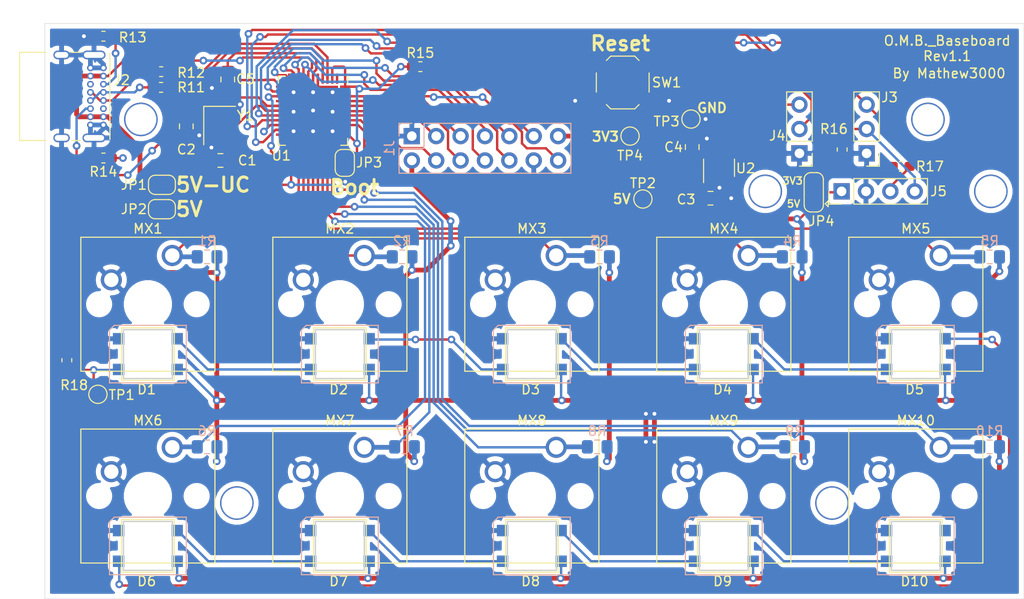
<source format=kicad_pcb>
(kicad_pcb (version 20171130) (host pcbnew "(5.1.6)-1")
  (title_block (title O.M.B._Baseboard) (date 2020-11-08) (rev 1.1))
  (layers (0 F.Cu signal) (31 B.Cu signal) (34 B.Paste user) (35 F.Paste user) (36 B.SilkS user) (37 F.SilkS user) (38 B.Mask user) (39 F.Mask user) (44 Edge.Cuts user))
  (net 0 "")
  (net 1 GND)
  (net 2 +5V)
  (net 3 /MX1_SIG)
  (net 4 /MX2_SIG)
  (net 5 /MX3_SIG)
  (net 6 /MX4_SIG)
  (net 7 /MX5_SIG)
  (net 8 /MX6_SIG)
  (net 9 /MX7_SIG)
  (net 10 /MX8_SIG)
  (net 11 /MX9_SIG)
  (net 12 /MX10_SIG)
  (net 13 "Net-(C1-Pad1)")
  (net 14 "Net-(C2-Pad1)")
  (net 15 /D+)
  (net 16 /D-)
  (net 17 /VBUS)
  (net 18 /RD+)
  (net 19 /RD-)
  (net 20 /SCK)
  (net 21 /MISO)
  (net 22 /MOSI)
  (net 23 /CS)
  (net 24 /A5)
  (net 25 /A4)
  (net 26 /A3)
  (net 27 /A2)
  (net 28 /AREF)
  (net 29 +3V3)
  (net 30 /SCL)
  (net 31 /SDA)
  (net 32 /TX)
  (net 33 /RX)
  (net 34 /LED_DAT)
  (net 35 "Net-(D1-Pad2)")
  (net 36 "Net-(D2-Pad2)")
  (net 37 "Net-(D3-Pad2)")
  (net 38 "Net-(D4-Pad2)")
  (net 39 "Net-(D5-Pad2)")
  (net 40 "Net-(D6-Pad2)")
  (net 41 "Net-(D7-Pad2)")
  (net 42 "Net-(D10-Pad4)")
  (net 43 "Net-(D8-Pad2)")
  (net 44 "Net-(J2-PadB5)")
  (net 45 "Net-(J2-PadA5)")
  (net 46 +5VP)
  (net 47 "Net-(R15-Pad2)")
  (net 48 /Boot)
  (net 49 /LED_DAT_R)
  (net 50 "Net-(C5-Pad1)")
  (net 51 "Net-(D10-Pad2)")
  (net 52 /RESET)
  (net 53 "Net-(J2-PadB8)")
  (net 54 "Net-(J2-PadA8)")
  (net 55 "Net-(U1-Pad22)")
  (net 56 "Net-(U1-Pad1)")
  (net 57 "Net-(U2-Pad4)")
  (net 58 /V_OLED)
  (module Jumper:SolderJumper-3_P1.3mm_Open_RoundedPad1.0x1.5mm (layer F.Cu) (at 152.1 93.6 90)
    (fp_text reference JP4 (at -3 0.8 180) (layer F.SilkS))
    (fp_text value Jumper_3_Bridged12)
    (pad 2 smd rect (at 0 0 90) (size 1 1.5) (layers F.Cu F.Mask) (net 58 /V_OLED))
    (pad 3 smd custom (at 1.3 0 90) (size 1 0.5) (layers F.Cu F.Mask) (net 29 +3V3) (options (clearance outline) (anchor rect)) (primitives (gr_circle (center 0 0.25) (end 0.5 0.25) (width 0)) (gr_circle (center 0 -0.25) (end 0.5 -0.25) (width 0)) (gr_poly (pts (xy -0.55 -0.75) (xy 0 -0.75) (xy 0 0.75) (xy -0.55 0.75)) (width 0))))
    (pad 1 smd custom (at -1.3 0 90) (size 1 0.5) (layers F.Cu F.Mask) (net 2 +5V) (options (clearance outline) (anchor rect)) (primitives (gr_circle (center 0 0.25) (end 0.5 0.25) (width 0)) (gr_circle (center 0 -0.25) (end 0.5 -0.25) (width 0)) (gr_poly (pts (xy 0.55 -0.75) (xy 0 -0.75) (xy 0 0.75) (xy 0.55 0.75)) (width 0))))
  )
  (module Connector_PinHeader_2.54mm:PinHeader_1x04_P2.54mm_Vertical (layer F.Cu) (at 155 93.5 90)
    (fp_text reference J5 (at 0 10.1 180) (layer F.SilkS))
    (fp_text value NP)
    (pad 4 thru_hole oval (at 0 7.62 90) (size 1.7 1.7) (drill 1) (layers *.Cu *.Mask) (net 31 /SDA))
    (pad 3 thru_hole oval (at 0 5.08 90) (size 1.7 1.7) (drill 1) (layers *.Cu *.Mask) (net 30 /SCL))
    (pad 2 thru_hole oval (at 0 2.54 90) (size 1.7 1.7) (drill 1) (layers *.Cu *.Mask) (net 1 GND))
    (pad 1 thru_hole rect (at 0 0 90) (size 1.7 1.7) (drill 1) (layers *.Cu *.Mask) (net 58 /V_OLED))
  )
  (module Capacitor_SMD:C_0805_2012Metric (layer F.Cu) (at 91.05 81.8345 270)
    (fp_text reference C5 (at -0.0345 -1.85) (layer F.SilkS))
    (fp_text value 1uF)
    (pad 2 smd roundrect (at 0.9375 0 270) (size 0.975 1.4) (layers F.Cu F.Paste F.Mask) (net 1 GND))
    (pad 1 smd roundrect (at -0.9375 0 270) (size 0.975 1.4) (layers F.Cu F.Paste F.Mask) (net 50 "Net-(C5-Pad1)"))
  )
  (module TestPoint:TestPoint_Pad_D1.5mm (layer F.Cu) (at 77.5245 114.664)
    (fp_text reference TP1 (at 2.4765 0.0635) (layer F.SilkS))
    (fp_text value TestPoint)
    (pad 1 smd circle (at 0 0) (size 1.5 1.5) (layers F.Cu F.Mask) (net 34 /LED_DAT))
  )
  (module Resistor_SMD:R_0603_1608Metric_Pad1.05x0.95mm_HandSolder (layer F.Cu) (at 74.286 111.108 270)
    (fp_text reference R18 (at 2.6035 -0.762 180) (layer F.SilkS))
    (fp_text value 470R)
    (pad 2 smd roundrect (at 0.875 0 270) (size 1.05 0.95) (layers F.Cu F.Paste F.Mask) (net 34 /LED_DAT))
    (pad 1 smd roundrect (at -0.875 0 270) (size 1.05 0.95) (layers F.Cu F.Paste F.Mask) (net 49 /LED_DAT_R))
  )
  (module TestPoint:TestPoint_Pad_D1.5mm (layer F.Cu) (at 132.96 87.74)
    (fp_text reference TP4 (at 0 2.032) (layer F.SilkS))
    (fp_text value TestPoint)
    (pad 1 smd circle (at 0 0) (size 1.5 1.5) (layers F.Cu F.Mask) (net 29 +3V3))
  )
  (module TestPoint:TestPoint_Pad_D1.5mm (layer F.Cu) (at 139.31 85.962)
    (fp_text reference TP3 (at -2.54 0.254) (layer F.SilkS))
    (fp_text value TestPoint)
    (pad 1 smd circle (at 0 0) (size 1.5 1.5) (layers F.Cu F.Mask) (net 1 GND))
  )
  (module TestPoint:TestPoint_Pad_D1.5mm (layer F.Cu) (at 134.3 94.3)
    (fp_text reference TP2 (at 0 -1.648) (layer F.SilkS))
    (fp_text value TestPoint)
    (pad 1 smd circle (at 0 0) (size 1.5 1.5) (layers F.Cu F.Mask) (net 2 +5V))
  )
  (module Jumper:SolderJumper-2_P1.3mm_Open_RoundedPad1.0x1.5mm (layer F.Cu) (at 103.242 90.534 270)
    (fp_text reference JP3 (at -0.034 -2.54) (layer F.SilkS))
    (fp_text value Jumper)
    (pad 2 smd custom (at 0.65 0 270) (size 1 0.5) (layers F.Cu F.Mask) (net 1 GND) (options (clearance outline) (anchor rect)) (primitives (gr_circle (center 0 0.25) (end 0.5 0.25) (width 0)) (gr_circle (center 0 -0.25) (end 0.5 -0.25) (width 0)) (gr_poly (pts (xy 0 -0.75) (xy -0.5 -0.75) (xy -0.5 0.75) (xy 0 0.75)) (width 0))))
    (pad 1 smd custom (at -0.65 0 270) (size 1 0.5) (layers F.Cu F.Mask) (net 48 /Boot) (options (clearance outline) (anchor rect)) (primitives (gr_circle (center 0 0.25) (end 0.5 0.25) (width 0)) (gr_circle (center 0 -0.25) (end 0.5 -0.25) (width 0)) (gr_poly (pts (xy 0 -0.75) (xy 0.5 -0.75) (xy 0.5 0.75) (xy 0 0.75)) (width 0))))
  )
  (module Connector_PinHeader_2.54mm:PinHeader_2x07_P2.54mm_Vertical (layer B.Cu) (at 110.227 87.74 270)
    (fp_text reference J1 (at 1.27 2.33 270) (layer B.SilkS) (effects (justify mirror)))
    (fp_text value NP)
    (pad 14 thru_hole oval (at 2.54 -15.24 270) (size 1.7 1.7) (drill 1) (layers *.Cu *.Mask) (net 28 /AREF))
    (pad 13 thru_hole oval (at 0 -15.24 270) (size 1.7 1.7) (drill 1) (layers *.Cu *.Mask) (net 29 +3V3))
    (pad 12 thru_hole oval (at 2.54 -12.7 270) (size 1.7 1.7) (drill 1) (layers *.Cu *.Mask) (net 1 GND))
    (pad 11 thru_hole oval (at 0 -12.7 270) (size 1.7 1.7) (drill 1) (layers *.Cu *.Mask) (net 52 /RESET))
    (pad 10 thru_hole oval (at 2.54 -10.16 270) (size 1.7 1.7) (drill 1) (layers *.Cu *.Mask) (net 21 /MISO))
    (pad 9 thru_hole oval (at 0 -10.16 270) (size 1.7 1.7) (drill 1) (layers *.Cu *.Mask) (net 22 /MOSI))
    (pad 8 thru_hole oval (at 2.54 -7.62 270) (size 1.7 1.7) (drill 1) (layers *.Cu *.Mask) (net 20 /SCK))
    (pad 7 thru_hole oval (at 0 -7.62 270) (size 1.7 1.7) (drill 1) (layers *.Cu *.Mask) (net 23 /CS))
    (pad 6 thru_hole oval (at 2.54 -5.08 270) (size 1.7 1.7) (drill 1) (layers *.Cu *.Mask) (net 25 /A4))
    (pad 5 thru_hole oval (at 0 -5.08 270) (size 1.7 1.7) (drill 1) (layers *.Cu *.Mask) (net 24 /A5))
    (pad 4 thru_hole oval (at 2.54 -2.54 270) (size 1.7 1.7) (drill 1) (layers *.Cu *.Mask) (net 27 /A2))
    (pad 3 thru_hole oval (at 0 -2.54 270) (size 1.7 1.7) (drill 1) (layers *.Cu *.Mask) (net 26 /A3))
    (pad 2 thru_hole oval (at 2.54 0 270) (size 1.7 1.7) (drill 1) (layers *.Cu *.Mask) (net 2 +5V))
    (pad 1 thru_hole rect (at 0 0 270) (size 1.7 1.7) (drill 1) (layers *.Cu *.Mask) (net 1 GND))
  )
  (module Package_TO_SOT_SMD:SOT-23-5 (layer F.Cu) (at 142.231 91.042 90)
    (fp_text reference U2 (at -0.058 2.769 180) (layer F.SilkS))
    (fp_text value LP2985-3.3)
    (pad 5 smd rect (at 1.1 -0.95 90) (size 1.06 0.65) (layers F.Cu F.Paste F.Mask) (net 29 +3V3))
    (pad 4 smd rect (at 1.1 0.95 90) (size 1.06 0.65) (layers F.Cu F.Paste F.Mask) (net 57 "Net-(U2-Pad4)"))
    (pad 3 smd rect (at -1.1 0.95 90) (size 1.06 0.65) (layers F.Cu F.Paste F.Mask) (net 2 +5V))
    (pad 2 smd rect (at -1.1 0 90) (size 1.06 0.65) (layers F.Cu F.Paste F.Mask) (net 1 GND))
    (pad 1 smd rect (at -1.1 -0.95 90) (size 1.06 0.65) (layers F.Cu F.Paste F.Mask) (net 2 +5V))
  )
  (module Resistor_SMD:R_0603_1608Metric_Pad1.05x0.95mm_HandSolder (layer F.Cu) (at 161.2 90.9 180)
    (fp_text reference R17 (at -3 0 180) (layer F.SilkS))
    (fp_text value 2.2k)
    (pad 2 smd roundrect (at 0.875 0 180) (size 1.05 0.95) (layers F.Cu F.Paste F.Mask) (net 29 +3V3))
    (pad 1 smd roundrect (at -0.875 0 180) (size 1.05 0.95) (layers F.Cu F.Paste F.Mask) (net 30 /SCL))
  )
  (module Resistor_SMD:R_0603_1608Metric_Pad1.05x0.95mm_HandSolder (layer F.Cu) (at 155.058 89.137 270)
    (fp_text reference R16 (at -2.137 0.858 180) (layer F.SilkS))
    (fp_text value 2.2k)
    (pad 2 smd roundrect (at 0.875 0 270) (size 1.05 0.95) (layers F.Cu F.Paste F.Mask) (net 29 +3V3))
    (pad 1 smd roundrect (at -0.875 0 270) (size 1.05 0.95) (layers F.Cu F.Paste F.Mask) (net 31 /SDA))
  )
  (module Capacitor_SMD:C_0805_2012Metric (layer F.Cu) (at 139.437 88.883 90)
    (fp_text reference C4 (at -0.017 -1.937) (layer F.SilkS))
    (fp_text value 10uF)
    (pad 2 smd roundrect (at 0.9375 0 90) (size 0.975 1.4) (layers F.Cu F.Paste F.Mask) (net 1 GND))
    (pad 1 smd roundrect (at -0.9375 0 90) (size 0.975 1.4) (layers F.Cu F.Paste F.Mask) (net 29 +3V3))
  )
  (module Capacitor_SMD:C_0805_2012Metric (layer F.Cu) (at 141.342 94.217)
    (fp_text reference C3 (at -2.54 0.127) (layer F.SilkS))
    (fp_text value 10uF)
    (pad 2 smd roundrect (at 0.9375 0) (size 0.975 1.4) (layers F.Cu F.Paste F.Mask) (net 1 GND))
    (pad 1 smd roundrect (at -0.9375 0) (size 0.975 1.4) (layers F.Cu F.Paste F.Mask) (net 2 +5V))
  )
  (module Button_Switch_SMD:SW_SPST_TL3342 (layer F.Cu) (at 132.198 82.152 180)
    (fp_text reference SW1 (at -4.572 0) (layer F.SilkS))
    (fp_text value SW_Push)
    (pad 2 smd rect (at 3.15 1.9 180) (size 1.7 1) (layers F.Cu F.Paste F.Mask) (net 47 "Net-(R15-Pad2)"))
    (pad 2 smd rect (at -3.15 1.9 180) (size 1.7 1) (layers F.Cu F.Paste F.Mask) (net 47 "Net-(R15-Pad2)"))
    (pad 1 smd rect (at 3.15 -1.9 180) (size 1.7 1) (layers F.Cu F.Paste F.Mask) (net 1 GND))
    (pad 1 smd rect (at -3.15 -1.9 180) (size 1.7 1) (layers F.Cu F.Paste F.Mask) (net 1 GND))
  )
  (module Resistor_SMD:R_0603_1608Metric_Pad1.05x0.95mm_HandSolder (layer F.Cu) (at 111.116 80.501)
    (fp_text reference R15 (at 0 -1.43) (layer F.SilkS))
    (fp_text value 10k)
    (pad 2 smd roundrect (at 0.875 0) (size 1.05 0.95) (layers F.Cu F.Paste F.Mask) (net 47 "Net-(R15-Pad2)"))
    (pad 1 smd roundrect (at -0.875 0) (size 1.05 0.95) (layers F.Cu F.Paste F.Mask) (net 46 +5VP))
  )
  (module Jumper:SolderJumper-2_P1.3mm_Open_RoundedPad1.0x1.5mm (layer F.Cu) (at 84.192 95.36)
    (fp_text reference JP2 (at -2.921 0) (layer F.SilkS))
    (fp_text value Jumper)
    (pad 2 smd custom (at 0.65 0) (size 1 0.5) (layers F.Cu F.Mask) (net 2 +5V) (options (clearance outline) (anchor rect)) (primitives (gr_circle (center 0 0.25) (end 0.5 0.25) (width 0)) (gr_circle (center 0 -0.25) (end 0.5 -0.25) (width 0)) (gr_poly (pts (xy 0 -0.75) (xy -0.5 -0.75) (xy -0.5 0.75) (xy 0 0.75)) (width 0))))
    (pad 1 smd custom (at -0.65 0) (size 1 0.5) (layers F.Cu F.Mask) (net 17 /VBUS) (options (clearance outline) (anchor rect)) (primitives (gr_circle (center 0 0.25) (end 0.5 0.25) (width 0)) (gr_circle (center 0 -0.25) (end 0.5 -0.25) (width 0)) (gr_poly (pts (xy 0 -0.75) (xy 0.5 -0.75) (xy 0.5 0.75) (xy 0 0.75)) (width 0))))
  )
  (module Jumper:SolderJumper-2_P1.3mm_Open_RoundedPad1.0x1.5mm (layer F.Cu) (at 84.192 92.82)
    (fp_text reference JP1 (at -2.921 0) (layer F.SilkS))
    (fp_text value Jumper)
    (pad 2 smd custom (at 0.65 0) (size 1 0.5) (layers F.Cu F.Mask) (net 46 +5VP) (options (clearance outline) (anchor rect)) (primitives (gr_circle (center 0 0.25) (end 0.5 0.25) (width 0)) (gr_circle (center 0 -0.25) (end 0.5 -0.25) (width 0)) (gr_poly (pts (xy 0 -0.75) (xy -0.5 -0.75) (xy -0.5 0.75) (xy 0 0.75)) (width 0))))
    (pad 1 smd custom (at -0.65 0) (size 1 0.5) (layers F.Cu F.Mask) (net 17 /VBUS) (options (clearance outline) (anchor rect)) (primitives (gr_circle (center 0 0.25) (end 0.5 0.25) (width 0)) (gr_circle (center 0 -0.25) (end 0.5 -0.25) (width 0)) (gr_poly (pts (xy 0 -0.75) (xy 0.5 -0.75) (xy 0.5 0.75) (xy 0 0.75)) (width 0))))
  )
  (module Resistor_SMD:R_0603_1608Metric_Pad1.05x0.95mm_HandSolder (layer F.Cu) (at 78.096 90.026 180)
    (fp_text reference R14 (at 0 -1.43) (layer F.SilkS))
    (fp_text value 5.1k)
    (pad 2 smd roundrect (at 0.875 0 180) (size 1.05 0.95) (layers F.Cu F.Paste F.Mask) (net 1 GND))
    (pad 1 smd roundrect (at -0.875 0 180) (size 1.05 0.95) (layers F.Cu F.Paste F.Mask) (net 44 "Net-(J2-PadB5)"))
  )
  (module Resistor_SMD:R_0603_1608Metric_Pad1.05x0.95mm_HandSolder (layer F.Cu) (at 78.096 77.326)
    (fp_text reference R13 (at 3.048 0.127) (layer F.SilkS))
    (fp_text value 5.1k)
    (pad 2 smd roundrect (at 0.875 0) (size 1.05 0.95) (layers F.Cu F.Paste F.Mask) (net 45 "Net-(J2-PadA5)"))
    (pad 1 smd roundrect (at -0.875 0) (size 1.05 0.95) (layers F.Cu F.Paste F.Mask) (net 1 GND))
  )
  (module Connector_USB:USB_C_Receptacle_GCT_USB4085 (layer F.Cu) (at 78.096 80.628 270)
    (fp_text reference J2 (at 1.27 -1.905 180) (layer F.SilkS))
    (fp_text value USB_C_Receptacle_USB2.0)
    (pad S1 thru_hole oval (at 7.3 4.36 270) (size 0.9 1.7) (drill oval 0.6 1.4) (layers *.Cu *.Mask) (net 1 GND))
    (pad S1 thru_hole oval (at -1.35 4.36 270) (size 0.9 1.7) (drill oval 0.6 1.4) (layers *.Cu *.Mask) (net 1 GND))
    (pad S1 thru_hole oval (at 7.3 0.98 270) (size 0.9 2.4) (drill oval 0.6 2.1) (layers *.Cu *.Mask) (net 1 GND))
    (pad S1 thru_hole oval (at -1.35 0.98 270) (size 0.9 2.4) (drill oval 0.6 2.1) (layers *.Cu *.Mask) (net 1 GND))
    (pad B6 thru_hole circle (at 3.4 1.35 270) (size 0.7 0.7) (drill 0.4) (layers *.Cu *.Mask) (net 15 /D+))
    (pad B1 thru_hole circle (at 5.95 1.35 270) (size 0.7 0.7) (drill 0.4) (layers *.Cu *.Mask) (net 1 GND))
    (pad B4 thru_hole circle (at 5.1 1.35 270) (size 0.7 0.7) (drill 0.4) (layers *.Cu *.Mask) (net 17 /VBUS))
    (pad B5 thru_hole circle (at 4.25 1.35 270) (size 0.7 0.7) (drill 0.4) (layers *.Cu *.Mask) (net 44 "Net-(J2-PadB5)"))
    (pad B12 thru_hole circle (at 0 1.35 270) (size 0.7 0.7) (drill 0.4) (layers *.Cu *.Mask) (net 1 GND))
    (pad B8 thru_hole circle (at 1.7 1.35 270) (size 0.7 0.7) (drill 0.4) (layers *.Cu *.Mask) (net 53 "Net-(J2-PadB8)"))
    (pad B7 thru_hole circle (at 2.55 1.35 270) (size 0.7 0.7) (drill 0.4) (layers *.Cu *.Mask) (net 16 /D-))
    (pad B9 thru_hole circle (at 0.85 1.35 270) (size 0.7 0.7) (drill 0.4) (layers *.Cu *.Mask) (net 17 /VBUS))
    (pad A12 thru_hole circle (at 5.95 0 270) (size 0.7 0.7) (drill 0.4) (layers *.Cu *.Mask) (net 1 GND))
    (pad A9 thru_hole circle (at 5.1 0 270) (size 0.7 0.7) (drill 0.4) (layers *.Cu *.Mask) (net 17 /VBUS))
    (pad A8 thru_hole circle (at 4.25 0 270) (size 0.7 0.7) (drill 0.4) (layers *.Cu *.Mask) (net 54 "Net-(J2-PadA8)"))
    (pad A7 thru_hole circle (at 3.4 0 270) (size 0.7 0.7) (drill 0.4) (layers *.Cu *.Mask) (net 16 /D-))
    (pad A6 thru_hole circle (at 2.55 0 270) (size 0.7 0.7) (drill 0.4) (layers *.Cu *.Mask) (net 15 /D+))
    (pad A5 thru_hole circle (at 1.7 0 270) (size 0.7 0.7) (drill 0.4) (layers *.Cu *.Mask) (net 45 "Net-(J2-PadA5)"))
    (pad A4 thru_hole circle (at 0.85 0 270) (size 0.7 0.7) (drill 0.4) (layers *.Cu *.Mask) (net 17 /VBUS))
    (pad A1 thru_hole circle (at 0 0 270) (size 0.7 0.7) (drill 0.4) (layers *.Cu *.Mask) (net 1 GND))
  )
  (module Capacitor_SMD:C_0805_2012Metric (layer F.Cu) (at 86.732 86.724 270)
    (fp_text reference C2 (at 2.413 0) (layer F.SilkS))
    (fp_text value 22pF)
    (pad 2 smd roundrect (at 0.9375 0 270) (size 0.975 1.4) (layers F.Cu F.Paste F.Mask) (net 1 GND))
    (pad 1 smd roundrect (at -0.9375 0 270) (size 0.975 1.4) (layers F.Cu F.Paste F.Mask) (net 14 "Net-(C2-Pad1)"))
  )
  (module Capacitor_SMD:C_0805_2012Metric (layer F.Cu) (at 90.288 90.28 180)
    (fp_text reference C1 (at -2.794 0) (layer F.SilkS))
    (fp_text value 22pF)
    (pad 2 smd roundrect (at 0.9375 0 180) (size 0.975 1.4) (layers F.Cu F.Paste F.Mask) (net 1 GND))
    (pad 1 smd roundrect (at -0.9375 0 180) (size 0.975 1.4) (layers F.Cu F.Paste F.Mask) (net 13 "Net-(C1-Pad1)"))
  )
  (module Crystal:Crystal_SMD_3225-4Pin_3.2x2.5mm (layer F.Cu) (at 90.2 86.64 270)
    (fp_text reference Y1 (at -1.04 -2.7 180) (layer F.SilkS))
    (fp_text value Crystal_GND24)
    (pad 4 smd rect (at -1.1 -0.85 270) (size 1.4 1.2) (layers F.Cu F.Paste F.Mask) (net 1 GND))
    (pad 3 smd rect (at 1.1 -0.85 270) (size 1.4 1.2) (layers F.Cu F.Paste F.Mask) (net 13 "Net-(C1-Pad1)"))
    (pad 2 smd rect (at 1.1 0.85 270) (size 1.4 1.2) (layers F.Cu F.Paste F.Mask) (net 1 GND))
    (pad 1 smd rect (at -1.1 0.85 270) (size 1.4 1.2) (layers F.Cu F.Paste F.Mask) (net 14 "Net-(C2-Pad1)"))
  )
  (module MacroBoard:WS2812b_ThroughBoard (layer F.Cu) (at 162.73 130.47 180)
    (fp_text reference D10 (at 0.127 -3.683) (layer F.SilkS))
    (fp_text value NP)
    (pad 3 smd rect (at 3.048 1.6 270) (size 1.2 1.2) (layers B.Cu B.Paste B.Mask) (net 1 GND))
    (pad 4 smd rect (at 3.048 -1.6 90) (size 1.2 1.2) (layers B.Cu B.Paste B.Mask) (net 42 "Net-(D10-Pad4)"))
    (pad 2 smd rect (at -3.048 1.6 90) (size 1.2 1.2) (layers B.Cu B.Paste B.Mask) (net 51 "Net-(D10-Pad2)"))
    (pad 1 smd rect (at -3.048 -1.6 90) (size 1.2 1.2) (layers B.Cu B.Paste B.Mask) (net 2 +5V))
  )
  (module MacroBoard:WS2812b_ThroughBoard (layer F.Cu) (at 142.73 130.47 180)
    (fp_text reference D9 (at 0.127 -3.683) (layer F.SilkS))
    (fp_text value NP)
    (pad 3 smd rect (at 3.048 1.6 270) (size 1.2 1.2) (layers B.Cu B.Paste B.Mask) (net 1 GND))
    (pad 4 smd rect (at 3.048 -1.6 90) (size 1.2 1.2) (layers B.Cu B.Paste B.Mask) (net 43 "Net-(D8-Pad2)"))
    (pad 2 smd rect (at -3.048 1.6 90) (size 1.2 1.2) (layers B.Cu B.Paste B.Mask) (net 42 "Net-(D10-Pad4)"))
    (pad 1 smd rect (at -3.048 -1.6 90) (size 1.2 1.2) (layers B.Cu B.Paste B.Mask) (net 2 +5V))
  )
  (module MacroBoard:WS2812b_ThroughBoard (layer F.Cu) (at 122.73 130.47 180)
    (fp_text reference D8 (at 0.127 -3.683) (layer F.SilkS))
    (fp_text value NP)
    (pad 3 smd rect (at 3.048 1.6 270) (size 1.2 1.2) (layers B.Cu B.Paste B.Mask) (net 1 GND))
    (pad 4 smd rect (at 3.048 -1.6 90) (size 1.2 1.2) (layers B.Cu B.Paste B.Mask) (net 41 "Net-(D7-Pad2)"))
    (pad 2 smd rect (at -3.048 1.6 90) (size 1.2 1.2) (layers B.Cu B.Paste B.Mask) (net 43 "Net-(D8-Pad2)"))
    (pad 1 smd rect (at -3.048 -1.6 90) (size 1.2 1.2) (layers B.Cu B.Paste B.Mask) (net 2 +5V))
  )
  (module MacroBoard:WS2812b_ThroughBoard (layer F.Cu) (at 102.73 130.47 180)
    (fp_text reference D7 (at 0.127 -3.683) (layer F.SilkS))
    (fp_text value NP)
    (pad 3 smd rect (at 3.048 1.6 270) (size 1.2 1.2) (layers B.Cu B.Paste B.Mask) (net 1 GND))
    (pad 4 smd rect (at 3.048 -1.6 90) (size 1.2 1.2) (layers B.Cu B.Paste B.Mask) (net 40 "Net-(D6-Pad2)"))
    (pad 2 smd rect (at -3.048 1.6 90) (size 1.2 1.2) (layers B.Cu B.Paste B.Mask) (net 41 "Net-(D7-Pad2)"))
    (pad 1 smd rect (at -3.048 -1.6 90) (size 1.2 1.2) (layers B.Cu B.Paste B.Mask) (net 2 +5V))
  )
  (module MacroBoard:WS2812b_ThroughBoard (layer F.Cu) (at 82.73 130.47 180)
    (fp_text reference D6 (at 0.127 -3.683) (layer F.SilkS))
    (fp_text value NP)
    (pad 3 smd rect (at 3.048 1.6 270) (size 1.2 1.2) (layers B.Cu B.Paste B.Mask) (net 1 GND))
    (pad 4 smd rect (at 3.048 -1.6 90) (size 1.2 1.2) (layers B.Cu B.Paste B.Mask) (net 39 "Net-(D5-Pad2)"))
    (pad 2 smd rect (at -3.048 1.6 90) (size 1.2 1.2) (layers B.Cu B.Paste B.Mask) (net 40 "Net-(D6-Pad2)"))
    (pad 1 smd rect (at -3.048 -1.6 90) (size 1.2 1.2) (layers B.Cu B.Paste B.Mask) (net 2 +5V))
  )
  (module MacroBoard:WS2812b_ThroughBoard (layer F.Cu) (at 162.73 110.47 180)
    (fp_text reference D5 (at 0.127 -3.683) (layer F.SilkS))
    (fp_text value NP)
    (pad 3 smd rect (at 3.048 1.6 270) (size 1.2 1.2) (layers B.Cu B.Paste B.Mask) (net 1 GND))
    (pad 4 smd rect (at 3.048 -1.6 90) (size 1.2 1.2) (layers B.Cu B.Paste B.Mask) (net 38 "Net-(D4-Pad2)"))
    (pad 2 smd rect (at -3.048 1.6 90) (size 1.2 1.2) (layers B.Cu B.Paste B.Mask) (net 39 "Net-(D5-Pad2)"))
    (pad 1 smd rect (at -3.048 -1.6 90) (size 1.2 1.2) (layers B.Cu B.Paste B.Mask) (net 2 +5V))
  )
  (module MacroBoard:WS2812b_ThroughBoard (layer F.Cu) (at 142.73 110.47 180)
    (fp_text reference D4 (at 0.127 -3.683) (layer F.SilkS))
    (fp_text value NP)
    (pad 3 smd rect (at 3.048 1.6 270) (size 1.2 1.2) (layers B.Cu B.Paste B.Mask) (net 1 GND))
    (pad 4 smd rect (at 3.048 -1.6 90) (size 1.2 1.2) (layers B.Cu B.Paste B.Mask) (net 37 "Net-(D3-Pad2)"))
    (pad 2 smd rect (at -3.048 1.6 90) (size 1.2 1.2) (layers B.Cu B.Paste B.Mask) (net 38 "Net-(D4-Pad2)"))
    (pad 1 smd rect (at -3.048 -1.6 90) (size 1.2 1.2) (layers B.Cu B.Paste B.Mask) (net 2 +5V))
  )
  (module MacroBoard:WS2812b_ThroughBoard (layer F.Cu) (at 122.73 110.47 180)
    (fp_text reference D3 (at 0.127 -3.683) (layer F.SilkS))
    (fp_text value NP)
    (pad 3 smd rect (at 3.048 1.6 270) (size 1.2 1.2) (layers B.Cu B.Paste B.Mask) (net 1 GND))
    (pad 4 smd rect (at 3.048 -1.6 90) (size 1.2 1.2) (layers B.Cu B.Paste B.Mask) (net 36 "Net-(D2-Pad2)"))
    (pad 2 smd rect (at -3.048 1.6 90) (size 1.2 1.2) (layers B.Cu B.Paste B.Mask) (net 37 "Net-(D3-Pad2)"))
    (pad 1 smd rect (at -3.048 -1.6 90) (size 1.2 1.2) (layers B.Cu B.Paste B.Mask) (net 2 +5V))
  )
  (module MacroBoard:WS2812b_ThroughBoard (layer F.Cu) (at 102.73 110.47 180)
    (fp_text reference D2 (at 0.127 -3.683) (layer F.SilkS))
    (fp_text value NP)
    (pad 3 smd rect (at 3.048 1.6 270) (size 1.2 1.2) (layers B.Cu B.Paste B.Mask) (net 1 GND))
    (pad 4 smd rect (at 3.048 -1.6 90) (size 1.2 1.2) (layers B.Cu B.Paste B.Mask) (net 35 "Net-(D1-Pad2)"))
    (pad 2 smd rect (at -3.048 1.6 90) (size 1.2 1.2) (layers B.Cu B.Paste B.Mask) (net 36 "Net-(D2-Pad2)"))
    (pad 1 smd rect (at -3.048 -1.6 90) (size 1.2 1.2) (layers B.Cu B.Paste B.Mask) (net 2 +5V))
  )
  (module MacroBoard:WS2812b_ThroughBoard (layer F.Cu) (at 82.73 110.47 180)
    (fp_text reference D1 (at 0.127 -3.683) (layer F.SilkS))
    (fp_text value NP)
    (pad 3 smd rect (at 3.048 1.6 270) (size 1.2 1.2) (layers B.Cu B.Paste B.Mask) (net 1 GND))
    (pad 4 smd rect (at 3.048 -1.6 90) (size 1.2 1.2) (layers B.Cu B.Paste B.Mask) (net 34 /LED_DAT))
    (pad 2 smd rect (at -3.048 1.6 90) (size 1.2 1.2) (layers B.Cu B.Paste B.Mask) (net 35 "Net-(D1-Pad2)"))
    (pad 1 smd rect (at -3.048 -1.6 90) (size 1.2 1.2) (layers B.Cu B.Paste B.Mask) (net 2 +5V))
  )
  (module Button_Switch_Keyboard:SW_Cherry_MX_1.00u_PCB (layer F.Cu) (at 105.27 120.19)
    (fp_text reference MX7 (at -2.54 -2.794) (layer F.SilkS))
    (fp_text value NP)
    (pad "" np_thru_hole circle (at 2.54 5.08) (size 1.7 1.7) (drill 1.7) (layers *.Cu *.Mask))
    (pad "" np_thru_hole circle (at -7.62 5.08) (size 1.7 1.7) (drill 1.7) (layers *.Cu *.Mask))
    (pad "" np_thru_hole circle (at -2.54 5.08) (size 4 4) (drill 4) (layers *.Cu *.Mask))
    (pad 2 thru_hole circle (at -6.35 2.54) (size 2.2 2.2) (drill 1.5) (layers *.Cu *.Mask) (net 1 GND))
    (pad 1 thru_hole circle (at 0 0) (size 2.2 2.2) (drill 1.5) (layers *.Cu *.Mask) (net 9 /MX7_SIG))
  )
  (module Button_Switch_Keyboard:SW_Cherry_MX_1.00u_PCB (layer F.Cu) (at 85.27 100.19)
    (fp_text reference MX1 (at -2.54 -2.794) (layer F.SilkS))
    (fp_text value NP)
    (pad "" np_thru_hole circle (at 2.54 5.08) (size 1.7 1.7) (drill 1.7) (layers *.Cu *.Mask))
    (pad "" np_thru_hole circle (at -7.62 5.08) (size 1.7 1.7) (drill 1.7) (layers *.Cu *.Mask))
    (pad "" np_thru_hole circle (at -2.54 5.08) (size 4 4) (drill 4) (layers *.Cu *.Mask))
    (pad 2 thru_hole circle (at -6.35 2.54) (size 2.2 2.2) (drill 1.5) (layers *.Cu *.Mask) (net 1 GND))
    (pad 1 thru_hole circle (at 0 0) (size 2.2 2.2) (drill 1.5) (layers *.Cu *.Mask) (net 3 /MX1_SIG))
  )
  (module Button_Switch_Keyboard:SW_Cherry_MX_1.00u_PCB (layer F.Cu) (at 105.27 100.19)
    (fp_text reference MX2 (at -2.54 -2.794) (layer F.SilkS))
    (fp_text value NP)
    (pad "" np_thru_hole circle (at 2.54 5.08) (size 1.7 1.7) (drill 1.7) (layers *.Cu *.Mask))
    (pad "" np_thru_hole circle (at -7.62 5.08) (size 1.7 1.7) (drill 1.7) (layers *.Cu *.Mask))
    (pad "" np_thru_hole circle (at -2.54 5.08) (size 4 4) (drill 4) (layers *.Cu *.Mask))
    (pad 2 thru_hole circle (at -6.35 2.54) (size 2.2 2.2) (drill 1.5) (layers *.Cu *.Mask) (net 1 GND))
    (pad 1 thru_hole circle (at 0 0) (size 2.2 2.2) (drill 1.5) (layers *.Cu *.Mask) (net 4 /MX2_SIG))
  )
  (module Connector_PinHeader_2.54mm:PinHeader_1x03_P2.54mm_Vertical (layer F.Cu) (at 150.608 89.54 180)
    (fp_text reference J4 (at 2.308 1.84) (layer F.SilkS))
    (fp_text value NP)
    (pad 3 thru_hole oval (at 0 5.08 180) (size 1.7 1.7) (drill 1) (layers *.Cu *.Mask) (net 33 /RX))
    (pad 2 thru_hole oval (at 0 2.54 180) (size 1.7 1.7) (drill 1) (layers *.Cu *.Mask) (net 32 /TX))
    (pad 1 thru_hole rect (at 0 0 180) (size 1.7 1.7) (drill 1) (layers *.Cu *.Mask) (net 1 GND))
  )
  (module Connector_PinHeader_2.54mm:PinHeader_1x03_P2.54mm_Vertical (layer F.Cu) (at 157.608 89.54 180)
    (fp_text reference J3 (at -2.392 5.84) (layer F.SilkS))
    (fp_text value NP)
    (pad 3 thru_hole oval (at 0 5.08 180) (size 1.7 1.7) (drill 1) (layers *.Cu *.Mask) (net 30 /SCL))
    (pad 2 thru_hole oval (at 0 2.54 180) (size 1.7 1.7) (drill 1) (layers *.Cu *.Mask) (net 31 /SDA))
    (pad 1 thru_hole rect (at 0 0 180) (size 1.7 1.7) (drill 1) (layers *.Cu *.Mask) (net 1 GND))
  )
  (module Package_DFN_QFN:QFN-44-1EP_7x7mm_P0.5mm_EP5.2x5.2mm (layer F.Cu) (at 99.94 85.088 270)
    (fp_text reference U1 (at 4.684 3.302 180) (layer F.SilkS))
    (fp_text value ATmega32U4-MU)
    (pad 45 smd rect (at 0 0 270) (size 5.2 5.2) (layers F.Cu F.Mask) (net 1 GND))
    (pad 44 smd roundrect (at -2.5 -3.3375 270) (size 0.25 1.075) (layers F.Cu F.Paste F.Mask) (net 46 +5VP))
    (pad 43 smd roundrect (at -2 -3.3375 270) (size 0.25 1.075) (layers F.Cu F.Paste F.Mask) (net 1 GND))
    (pad 42 smd roundrect (at -1.5 -3.3375 270) (size 0.25 1.075) (layers F.Cu F.Paste F.Mask) (net 28 /AREF))
    (pad 41 smd roundrect (at -1 -3.3375 270) (size 0.25 1.075) (layers F.Cu F.Paste F.Mask) (net 24 /A5))
    (pad 40 smd roundrect (at -0.5 -3.3375 270) (size 0.25 1.075) (layers F.Cu F.Paste F.Mask) (net 25 /A4))
    (pad 39 smd roundrect (at 0 -3.3375 270) (size 0.25 1.075) (layers F.Cu F.Paste F.Mask) (net 26 /A3))
    (pad 38 smd roundrect (at 0.5 -3.3375 270) (size 0.25 1.075) (layers F.Cu F.Paste F.Mask) (net 27 /A2))
    (pad 37 smd roundrect (at 1 -3.3375 270) (size 0.25 1.075) (layers F.Cu F.Paste F.Mask) (net 12 /MX10_SIG))
    (pad 36 smd roundrect (at 1.5 -3.3375 270) (size 0.25 1.075) (layers F.Cu F.Paste F.Mask) (net 11 /MX9_SIG))
    (pad 35 smd roundrect (at 2 -3.3375 270) (size 0.25 1.075) (layers F.Cu F.Paste F.Mask) (net 1 GND))
    (pad 34 smd roundrect (at 2.5 -3.3375 270) (size 0.25 1.075) (layers F.Cu F.Paste F.Mask) (net 46 +5VP))
    (pad 33 smd roundrect (at 3.3375 -2.5 270) (size 1.075 0.25) (layers F.Cu F.Paste F.Mask) (net 48 /Boot))
    (pad 32 smd roundrect (at 3.3375 -2 270) (size 1.075 0.25) (layers F.Cu F.Paste F.Mask) (net 10 /MX8_SIG))
    (pad 31 smd roundrect (at 3.3375 -1.5 270) (size 1.075 0.25) (layers F.Cu F.Paste F.Mask) (net 9 /MX7_SIG))
    (pad 30 smd roundrect (at 3.3375 -1 270) (size 1.075 0.25) (layers F.Cu F.Paste F.Mask) (net 8 /MX6_SIG))
    (pad 29 smd roundrect (at 3.3375 -0.5 270) (size 1.075 0.25) (layers F.Cu F.Paste F.Mask) (net 7 /MX5_SIG))
    (pad 28 smd roundrect (at 3.3375 0 270) (size 1.075 0.25) (layers F.Cu F.Paste F.Mask) (net 6 /MX4_SIG))
    (pad 27 smd roundrect (at 3.3375 0.5 270) (size 1.075 0.25) (layers F.Cu F.Paste F.Mask) (net 5 /MX3_SIG))
    (pad 26 smd roundrect (at 3.3375 1 270) (size 1.075 0.25) (layers F.Cu F.Paste F.Mask) (net 4 /MX2_SIG))
    (pad 25 smd roundrect (at 3.3375 1.5 270) (size 1.075 0.25) (layers F.Cu F.Paste F.Mask) (net 3 /MX1_SIG))
    (pad 24 smd roundrect (at 3.3375 2 270) (size 1.075 0.25) (layers F.Cu F.Paste F.Mask) (net 46 +5VP))
    (pad 23 smd roundrect (at 3.3375 2.5 270) (size 1.075 0.25) (layers F.Cu F.Paste F.Mask) (net 1 GND))
    (pad 22 smd roundrect (at 2.5 3.3375 270) (size 0.25 1.075) (layers F.Cu F.Paste F.Mask) (net 55 "Net-(U1-Pad22)"))
    (pad 21 smd roundrect (at 2 3.3375 270) (size 0.25 1.075) (layers F.Cu F.Paste F.Mask) (net 32 /TX))
    (pad 20 smd roundrect (at 1.5 3.3375 270) (size 0.25 1.075) (layers F.Cu F.Paste F.Mask) (net 33 /RX))
    (pad 19 smd roundrect (at 1 3.3375 270) (size 0.25 1.075) (layers F.Cu F.Paste F.Mask) (net 31 /SDA))
    (pad 18 smd roundrect (at 0.5 3.3375 270) (size 0.25 1.075) (layers F.Cu F.Paste F.Mask) (net 30 /SCL))
    (pad 17 smd roundrect (at 0 3.3375 270) (size 0.25 1.075) (layers F.Cu F.Paste F.Mask) (net 13 "Net-(C1-Pad1)"))
    (pad 16 smd roundrect (at -0.5 3.3375 270) (size 0.25 1.075) (layers F.Cu F.Paste F.Mask) (net 14 "Net-(C2-Pad1)"))
    (pad 15 smd roundrect (at -1 3.3375 270) (size 0.25 1.075) (layers F.Cu F.Paste F.Mask) (net 1 GND))
    (pad 14 smd roundrect (at -1.5 3.3375 270) (size 0.25 1.075) (layers F.Cu F.Paste F.Mask) (net 46 +5VP))
    (pad 13 smd roundrect (at -2 3.3375 270) (size 0.25 1.075) (layers F.Cu F.Paste F.Mask) (net 47 "Net-(R15-Pad2)"))
    (pad 12 smd roundrect (at -2.5 3.3375 270) (size 0.25 1.075) (layers F.Cu F.Paste F.Mask) (net 49 /LED_DAT_R))
    (pad 11 smd roundrect (at -3.3375 2.5 270) (size 1.075 0.25) (layers F.Cu F.Paste F.Mask) (net 21 /MISO))
    (pad 10 smd roundrect (at -3.3375 2 270) (size 1.075 0.25) (layers F.Cu F.Paste F.Mask) (net 22 /MOSI))
    (pad 9 smd roundrect (at -3.3375 1.5 270) (size 1.075 0.25) (layers F.Cu F.Paste F.Mask) (net 20 /SCK))
    (pad 8 smd roundrect (at -3.3375 1 270) (size 1.075 0.25) (layers F.Cu F.Paste F.Mask) (net 23 /CS))
    (pad 7 smd roundrect (at -3.3375 0.5 270) (size 1.075 0.25) (layers F.Cu F.Paste F.Mask) (net 17 /VBUS))
    (pad 6 smd roundrect (at -3.3375 0 270) (size 1.075 0.25) (layers F.Cu F.Paste F.Mask) (net 50 "Net-(C5-Pad1)"))
    (pad 5 smd roundrect (at -3.3375 -0.5 270) (size 1.075 0.25) (layers F.Cu F.Paste F.Mask) (net 1 GND))
    (pad 4 smd roundrect (at -3.3375 -1 270) (size 1.075 0.25) (layers F.Cu F.Paste F.Mask) (net 18 /RD+))
    (pad 3 smd roundrect (at -3.3375 -1.5 270) (size 1.075 0.25) (layers F.Cu F.Paste F.Mask) (net 19 /RD-))
    (pad 2 smd roundrect (at -3.3375 -2 270) (size 1.075 0.25) (layers F.Cu F.Paste F.Mask) (net 46 +5VP))
    (pad 1 smd roundrect (at -3.3375 -2.5 270) (size 1.075 0.25) (layers F.Cu F.Paste F.Mask) (net 56 "Net-(U1-Pad1)"))
  )
  (module Resistor_SMD:R_0603_1608Metric_Pad1.05x0.95mm_HandSolder (layer F.Cu) (at 84.1158 81.0217 180)
    (fp_text reference R12 (at -3.1242 -0.1143) (layer F.SilkS))
    (fp_text value 22R)
    (pad 2 smd roundrect (at 0.875 0 180) (size 1.05 0.95) (layers F.Cu F.Paste F.Mask) (net 16 /D-))
    (pad 1 smd roundrect (at -0.875 0 180) (size 1.05 0.95) (layers F.Cu F.Paste F.Mask) (net 19 /RD-))
  )
  (module Resistor_SMD:R_0603_1608Metric_Pad1.05x0.95mm_HandSolder (layer F.Cu) (at 84.1031 82.66 180)
    (fp_text reference R11 (at -3.1369 0) (layer F.SilkS))
    (fp_text value 22R)
    (pad 2 smd roundrect (at 0.875 0 180) (size 1.05 0.95) (layers F.Cu F.Paste F.Mask) (net 15 /D+))
    (pad 1 smd roundrect (at -0.875 0 180) (size 1.05 0.95) (layers F.Cu F.Paste F.Mask) (net 18 /RD+))
  )
  (module Resistor_SMD:R_0805_2012Metric_Pad1.15x1.40mm_HandSolder (layer B.Cu) (at 109.22 100.33 180)
    (fp_text reference R2 (at 0 1.65) (layer B.SilkS) (effects (justify mirror)))
    (fp_text value 10k)
    (pad 2 smd roundrect (at 1.025 0 180) (size 1.15 1.4) (layers B.Cu B.Paste B.Mask) (roundrect_rratio 0.217391) (net 4 /MX2_SIG))
    (pad 1 smd roundrect (at -1.025 0 180) (size 1.15 1.4) (layers B.Cu B.Paste B.Mask) (roundrect_rratio 0.217391) (net 2 +5V))
  )
  (module Resistor_SMD:R_0805_2012Metric_Pad1.15x1.40mm_HandSolder (layer B.Cu) (at 170.425 120.142 180)
    (fp_text reference R10 (at 0 1.65) (layer B.SilkS) (effects (justify mirror)))
    (fp_text value 10k)
    (pad 2 smd roundrect (at 1.025 0 180) (size 1.15 1.4) (layers B.Cu B.Paste B.Mask) (roundrect_rratio 0.217391) (net 12 /MX10_SIG))
    (pad 1 smd roundrect (at -1.025 0 180) (size 1.15 1.4) (layers B.Cu B.Paste B.Mask) (roundrect_rratio 0.217391) (net 2 +5V))
  )
  (module Resistor_SMD:R_0805_2012Metric_Pad1.15x1.40mm_HandSolder (layer B.Cu) (at 150.105 120.142 180)
    (fp_text reference R9 (at 0 1.65) (layer B.SilkS) (effects (justify mirror)))
    (fp_text value 10k)
    (pad 2 smd roundrect (at 1.025 0 180) (size 1.15 1.4) (layers B.Cu B.Paste B.Mask) (roundrect_rratio 0.217391) (net 11 /MX9_SIG))
    (pad 1 smd roundrect (at -1.025 0 180) (size 1.15 1.4) (layers B.Cu B.Paste B.Mask) (roundrect_rratio 0.217391) (net 2 +5V))
  )
  (module Resistor_SMD:R_0805_2012Metric_Pad1.15x1.40mm_HandSolder (layer B.Cu) (at 129.54 120.142 180)
    (fp_text reference R8 (at 0 1.65) (layer B.SilkS) (effects (justify mirror)))
    (fp_text value 10k)
    (pad 2 smd roundrect (at 1.025 0 180) (size 1.15 1.4) (layers B.Cu B.Paste B.Mask) (roundrect_rratio 0.217391) (net 10 /MX8_SIG))
    (pad 1 smd roundrect (at -1.025 0 180) (size 1.15 1.4) (layers B.Cu B.Paste B.Mask) (roundrect_rratio 0.217391) (net 2 +5V))
  )
  (module Resistor_SMD:R_0805_2012Metric_Pad1.15x1.40mm_HandSolder (layer B.Cu) (at 109.465 120.142 180)
    (fp_text reference R7 (at 0 1.65) (layer B.SilkS) (effects (justify mirror)))
    (fp_text value 10k)
    (pad 2 smd roundrect (at 1.025 0 180) (size 1.15 1.4) (layers B.Cu B.Paste B.Mask) (roundrect_rratio 0.217391) (net 9 /MX7_SIG))
    (pad 1 smd roundrect (at -1.025 0 180) (size 1.15 1.4) (layers B.Cu B.Paste B.Mask) (roundrect_rratio 0.217391) (net 2 +5V))
  )
  (module Resistor_SMD:R_0805_2012Metric_Pad1.15x1.40mm_HandSolder (layer B.Cu) (at 88.9 120.142 180)
    (fp_text reference R6 (at 0 1.65) (layer B.SilkS) (effects (justify mirror)))
    (fp_text value 10k)
    (pad 2 smd roundrect (at 1.025 0 180) (size 1.15 1.4) (layers B.Cu B.Paste B.Mask) (roundrect_rratio 0.217391) (net 8 /MX6_SIG))
    (pad 1 smd roundrect (at -1.025 0 180) (size 1.15 1.4) (layers B.Cu B.Paste B.Mask) (roundrect_rratio 0.217391) (net 2 +5V))
  )
  (module Resistor_SMD:R_0805_2012Metric_Pad1.15x1.40mm_HandSolder (layer B.Cu) (at 170.425 100.33 180)
    (fp_text reference R5 (at 0 1.65) (layer B.SilkS) (effects (justify mirror)))
    (fp_text value 10k)
    (pad 2 smd roundrect (at 1.025 0 180) (size 1.15 1.4) (layers B.Cu B.Paste B.Mask) (roundrect_rratio 0.217391) (net 7 /MX5_SIG))
    (pad 1 smd roundrect (at -1.025 0 180) (size 1.15 1.4) (layers B.Cu B.Paste B.Mask) (roundrect_rratio 0.217391) (net 2 +5V))
  )
  (module Resistor_SMD:R_0805_2012Metric_Pad1.15x1.40mm_HandSolder (layer B.Cu) (at 149.86 100.33 180)
    (fp_text reference R4 (at 0 1.65) (layer B.SilkS) (effects (justify mirror)))
    (fp_text value 10k)
    (pad 2 smd roundrect (at 1.025 0 180) (size 1.15 1.4) (layers B.Cu B.Paste B.Mask) (roundrect_rratio 0.217391) (net 6 /MX4_SIG))
    (pad 1 smd roundrect (at -1.025 0 180) (size 1.15 1.4) (layers B.Cu B.Paste B.Mask) (roundrect_rratio 0.217391) (net 2 +5V))
  )
  (module Resistor_SMD:R_0805_2012Metric_Pad1.15x1.40mm_HandSolder (layer B.Cu) (at 129.785 100.33 180)
    (fp_text reference R3 (at 0 1.65) (layer B.SilkS) (effects (justify mirror)))
    (fp_text value 10k)
    (pad 2 smd roundrect (at 1.025 0 180) (size 1.15 1.4) (layers B.Cu B.Paste B.Mask) (roundrect_rratio 0.217391) (net 5 /MX3_SIG))
    (pad 1 smd roundrect (at -1.025 0 180) (size 1.15 1.4) (layers B.Cu B.Paste B.Mask) (roundrect_rratio 0.217391) (net 2 +5V))
  )
  (module Button_Switch_Keyboard:SW_Cherry_MX_1.00u_PCB (layer F.Cu) (at 165.27 120.19)
    (fp_text reference MX10 (at -2.54 -2.794) (layer F.SilkS))
    (fp_text value NP)
    (pad "" np_thru_hole circle (at 2.54 5.08) (size 1.7 1.7) (drill 1.7) (layers *.Cu *.Mask))
    (pad "" np_thru_hole circle (at -7.62 5.08) (size 1.7 1.7) (drill 1.7) (layers *.Cu *.Mask))
    (pad "" np_thru_hole circle (at -2.54 5.08) (size 4 4) (drill 4) (layers *.Cu *.Mask))
    (pad 2 thru_hole circle (at -6.35 2.54) (size 2.2 2.2) (drill 1.5) (layers *.Cu *.Mask) (net 1 GND))
    (pad 1 thru_hole circle (at 0 0) (size 2.2 2.2) (drill 1.5) (layers *.Cu *.Mask) (net 12 /MX10_SIG))
  )
  (module Button_Switch_Keyboard:SW_Cherry_MX_1.00u_PCB (layer F.Cu) (at 145.27 120.19)
    (fp_text reference MX9 (at -2.54 -2.794) (layer F.SilkS))
    (fp_text value NP)
    (pad "" np_thru_hole circle (at 2.54 5.08) (size 1.7 1.7) (drill 1.7) (layers *.Cu *.Mask))
    (pad "" np_thru_hole circle (at -7.62 5.08) (size 1.7 1.7) (drill 1.7) (layers *.Cu *.Mask))
    (pad "" np_thru_hole circle (at -2.54 5.08) (size 4 4) (drill 4) (layers *.Cu *.Mask))
    (pad 2 thru_hole circle (at -6.35 2.54) (size 2.2 2.2) (drill 1.5) (layers *.Cu *.Mask) (net 1 GND))
    (pad 1 thru_hole circle (at 0 0) (size 2.2 2.2) (drill 1.5) (layers *.Cu *.Mask) (net 11 /MX9_SIG))
  )
  (module Button_Switch_Keyboard:SW_Cherry_MX_1.00u_PCB (layer F.Cu) (at 125.27 120.19)
    (fp_text reference MX8 (at -2.54 -2.794) (layer F.SilkS))
    (fp_text value NP)
    (pad "" np_thru_hole circle (at 2.54 5.08) (size 1.7 1.7) (drill 1.7) (layers *.Cu *.Mask))
    (pad "" np_thru_hole circle (at -7.62 5.08) (size 1.7 1.7) (drill 1.7) (layers *.Cu *.Mask))
    (pad "" np_thru_hole circle (at -2.54 5.08) (size 4 4) (drill 4) (layers *.Cu *.Mask))
    (pad 2 thru_hole circle (at -6.35 2.54) (size 2.2 2.2) (drill 1.5) (layers *.Cu *.Mask) (net 1 GND))
    (pad 1 thru_hole circle (at 0 0) (size 2.2 2.2) (drill 1.5) (layers *.Cu *.Mask) (net 10 /MX8_SIG))
  )
  (module Button_Switch_Keyboard:SW_Cherry_MX_1.00u_PCB (layer F.Cu) (at 85.27 120.19)
    (fp_text reference MX6 (at -2.54 -2.794) (layer F.SilkS))
    (fp_text value NP)
    (pad "" np_thru_hole circle (at 2.54 5.08) (size 1.7 1.7) (drill 1.7) (layers *.Cu *.Mask))
    (pad "" np_thru_hole circle (at -7.62 5.08) (size 1.7 1.7) (drill 1.7) (layers *.Cu *.Mask))
    (pad "" np_thru_hole circle (at -2.54 5.08) (size 4 4) (drill 4) (layers *.Cu *.Mask))
    (pad 2 thru_hole circle (at -6.35 2.54) (size 2.2 2.2) (drill 1.5) (layers *.Cu *.Mask) (net 1 GND))
    (pad 1 thru_hole circle (at 0 0) (size 2.2 2.2) (drill 1.5) (layers *.Cu *.Mask) (net 8 /MX6_SIG))
  )
  (module Button_Switch_Keyboard:SW_Cherry_MX_1.00u_PCB (layer F.Cu) (at 165.27 100.19)
    (fp_text reference MX5 (at -2.54 -2.794) (layer F.SilkS))
    (fp_text value NP)
    (pad "" np_thru_hole circle (at 2.54 5.08) (size 1.7 1.7) (drill 1.7) (layers *.Cu *.Mask))
    (pad "" np_thru_hole circle (at -7.62 5.08) (size 1.7 1.7) (drill 1.7) (layers *.Cu *.Mask))
    (pad "" np_thru_hole circle (at -2.54 5.08) (size 4 4) (drill 4) (layers *.Cu *.Mask))
    (pad 2 thru_hole circle (at -6.35 2.54) (size 2.2 2.2) (drill 1.5) (layers *.Cu *.Mask) (net 1 GND))
    (pad 1 thru_hole circle (at 0 0) (size 2.2 2.2) (drill 1.5) (layers *.Cu *.Mask) (net 7 /MX5_SIG))
  )
  (module Button_Switch_Keyboard:SW_Cherry_MX_1.00u_PCB (layer F.Cu) (at 145.27 100.19)
    (fp_text reference MX4 (at -2.54 -2.794) (layer F.SilkS))
    (fp_text value NP)
    (pad "" np_thru_hole circle (at 2.54 5.08) (size 1.7 1.7) (drill 1.7) (layers *.Cu *.Mask))
    (pad "" np_thru_hole circle (at -7.62 5.08) (size 1.7 1.7) (drill 1.7) (layers *.Cu *.Mask))
    (pad "" np_thru_hole circle (at -2.54 5.08) (size 4 4) (drill 4) (layers *.Cu *.Mask))
    (pad 2 thru_hole circle (at -6.35 2.54) (size 2.2 2.2) (drill 1.5) (layers *.Cu *.Mask) (net 1 GND))
    (pad 1 thru_hole circle (at 0 0) (size 2.2 2.2) (drill 1.5) (layers *.Cu *.Mask) (net 6 /MX4_SIG))
  )
  (module Button_Switch_Keyboard:SW_Cherry_MX_1.00u_PCB (layer F.Cu) (at 125.27 100.19)
    (fp_text reference MX3 (at -2.54 -2.794) (layer F.SilkS))
    (fp_text value NP)
    (pad "" np_thru_hole circle (at 2.54 5.08) (size 1.7 1.7) (drill 1.7) (layers *.Cu *.Mask))
    (pad "" np_thru_hole circle (at -7.62 5.08) (size 1.7 1.7) (drill 1.7) (layers *.Cu *.Mask))
    (pad "" np_thru_hole circle (at -2.54 5.08) (size 4 4) (drill 4) (layers *.Cu *.Mask))
    (pad 2 thru_hole circle (at -6.35 2.54) (size 2.2 2.2) (drill 1.5) (layers *.Cu *.Mask) (net 1 GND))
    (pad 1 thru_hole circle (at 0 0) (size 2.2 2.2) (drill 1.5) (layers *.Cu *.Mask) (net 5 /MX3_SIG))
  )
  (module Resistor_SMD:R_0805_2012Metric_Pad1.15x1.40mm_HandSolder (layer B.Cu) (at 88.9 100.33 180)
    (fp_text reference R1 (at 0 1.65 180) (layer B.SilkS) (effects (justify mirror)))
    (fp_text value 10k)
    (pad 2 smd roundrect (at 1.025 0 180) (size 1.15 1.4) (layers B.Cu B.Paste B.Mask) (roundrect_rratio 0.217391) (net 3 /MX1_SIG))
    (pad 1 smd roundrect (at -1.025 0 180) (size 1.15 1.4) (layers B.Cu B.Paste B.Mask) (roundrect_rratio 0.217391) (net 2 +5V))
  )
  (gr_text 5V (at 150 94.8) (layer F.SilkS) (effects (font (size 0.75 0.75))))
  (gr_text 3V3 (at 149.9 92.4) (layer F.SilkS) (effects (font (size 0.75 0.75))))
  (gr_text "By Mathew3000\n" (at 166.2 81.2) (layer F.SilkS) (effects (font (size 1 1))))
  (gr_text "O.M.B._Baseboard\nRev1.1\n" (at 166 78.6) (layer F.SilkS) (effects (font (size 1 1))))
  (gr_text 5V (at 132.1 94.3) (layer F.SilkS) (effects (font (size 1 1) (thickness 0.2))))
  (gr_text GND (at 141.5 84.8) (layer F.SilkS) (effects (font (size 1 1) (thickness 0.2))))
  (gr_text 3V3 (at 130.4 87.8) (layer F.SilkS) (effects (font (size 1 1) (thickness 0.2))))
  (gr_text Reset (at 131.944 78.088) (layer F.SilkS) (effects (font (size 1.5 1.5) (thickness 0.3))))
  (gr_text "Boot\n" (at 104.258 93.074) (layer F.SilkS) (effects (font (size 1.5 1.5) (thickness 0.3))))
  (gr_text 5V (at 87.05 95.36) (layer F.SilkS) (effects (font (size 1.5 1.5) (thickness 0.3))))
  (gr_text 5V-UC (at 89.526 92.82) (layer F.SilkS) (effects (font (size 1.5 1.5) (thickness 0.3))))
  (gr_line (start 80.18 133.02) (end 85.28 133.02) (layer Edge.Cuts) (width 0.15))
  (gr_line (start 80.18 127.92) (end 80.18 133.02) (layer Edge.Cuts) (width 0.15))
  (gr_line (start 85.28 127.92) (end 80.18 127.92) (layer Edge.Cuts) (width 0.15))
  (gr_line (start 85.28 133.02) (end 85.28 127.92) (layer Edge.Cuts) (width 0.15))
  (gr_line (start 100.18 133.02) (end 105.28 133.02) (layer Edge.Cuts) (width 0.15))
  (gr_line (start 100.18 127.92) (end 100.18 133.02) (layer Edge.Cuts) (width 0.15))
  (gr_line (start 105.28 127.92) (end 100.18 127.92) (layer Edge.Cuts) (width 0.15))
  (gr_line (start 105.28 133.02) (end 105.28 127.92) (layer Edge.Cuts) (width 0.15))
  (gr_line (start 120.18 133.02) (end 125.28 133.02) (layer Edge.Cuts) (width 0.15))
  (gr_line (start 120.18 127.92) (end 120.18 133.02) (layer Edge.Cuts) (width 0.15))
  (gr_line (start 125.28 127.92) (end 120.18 127.92) (layer Edge.Cuts) (width 0.15))
  (gr_line (start 125.28 133.02) (end 125.28 127.92) (layer Edge.Cuts) (width 0.15))
  (gr_line (start 140.18 133.02) (end 145.28 133.02) (layer Edge.Cuts) (width 0.15))
  (gr_line (start 140.18 127.92) (end 140.18 133.02) (layer Edge.Cuts) (width 0.15))
  (gr_line (start 145.28 127.92) (end 140.18 127.92) (layer Edge.Cuts) (width 0.15))
  (gr_line (start 145.28 133.02) (end 145.28 127.92) (layer Edge.Cuts) (width 0.15))
  (gr_line (start 160.18 133.02) (end 165.28 133.02) (layer Edge.Cuts) (width 0.15))
  (gr_line (start 160.18 127.92) (end 160.18 133.02) (layer Edge.Cuts) (width 0.15))
  (gr_line (start 165.28 127.92) (end 160.18 127.92) (layer Edge.Cuts) (width 0.15))
  (gr_line (start 165.28 133.02) (end 165.28 127.92) (layer Edge.Cuts) (width 0.15))
  (gr_line (start 160.18 113.02) (end 165.28 113.02) (layer Edge.Cuts) (width 0.15))
  (gr_line (start 160.18 107.92) (end 160.18 113.02) (layer Edge.Cuts) (width 0.15))
  (gr_line (start 165.28 107.92) (end 160.18 107.92) (layer Edge.Cuts) (width 0.15))
  (gr_line (start 165.28 113.02) (end 165.28 107.92) (layer Edge.Cuts) (width 0.15))
  (gr_line (start 140.18 113.02) (end 145.28 113.02) (layer Edge.Cuts) (width 0.15))
  (gr_line (start 140.18 107.92) (end 140.18 113.02) (layer Edge.Cuts) (width 0.15))
  (gr_line (start 145.28 107.92) (end 140.18 107.92) (layer Edge.Cuts) (width 0.15))
  (gr_line (start 145.28 113.02) (end 145.28 107.92) (layer Edge.Cuts) (width 0.15))
  (gr_line (start 120.18 113.02) (end 125.28 113.02) (layer Edge.Cuts) (width 0.15))
  (gr_line (start 120.18 107.92) (end 120.18 113.02) (layer Edge.Cuts) (width 0.15))
  (gr_line (start 125.28 107.92) (end 120.18 107.92) (layer Edge.Cuts) (width 0.15))
  (gr_line (start 125.28 113.02) (end 125.28 107.92) (layer Edge.Cuts) (width 0.15))
  (gr_line (start 100.18 113.02) (end 105.28 113.02) (layer Edge.Cuts) (width 0.15))
  (gr_line (start 100.18 107.92) (end 100.18 113.02) (layer Edge.Cuts) (width 0.15))
  (gr_line (start 105.28 107.92) (end 100.18 107.92) (layer Edge.Cuts) (width 0.15))
  (gr_line (start 105.28 113.02) (end 105.28 107.92) (layer Edge.Cuts) (width 0.15))
  (gr_line (start 85.28 107.92) (end 80.18 107.92) (layer Edge.Cuts) (width 0.15))
  (gr_line (start 85.28 113.02) (end 85.28 107.92) (layer Edge.Cuts) (width 0.15))
  (gr_line (start 80.18 113.02) (end 85.28 113.02) (layer Edge.Cuts) (width 0.15))
  (gr_line (start 80.18 107.92) (end 80.18 113.02) (layer Edge.Cuts) (width 0.15))
  (gr_line (start 174 76) (end 174 86) (layer Edge.Cuts) (width 0.05))
  (gr_line (start 72 86) (end 72 76) (layer Edge.Cuts) (width 0.05))
  (gr_line (start 72 86) (end 72 136) (layer Edge.Cuts) (width 0.05))
  (gr_line (start 174 76) (end 72 76) (layer Edge.Cuts) (width 0.05))
  (gr_line (start 174 136) (end 174 86) (layer Edge.Cuts) (width 0.05))
  (gr_line (start 72 136) (end 174 136) (layer Edge.Cuts) (width 0.05))
  (via (at 164 86) (size 3.5) (drill 3.2) (layers F.Cu B.Cu) (net 0))
  (via (at 82 86) (size 3.5) (drill 3.2) (layers F.Cu B.Cu) (net 0))
  (via (at 92 126) (size 3.5) (drill 3.2) (layers F.Cu B.Cu) (net 0))
  (via (at 154 126) (size 3.5) (drill 3.2) (layers F.Cu B.Cu) (net 0))
  (via (at 170.55 93.5) (size 3.5) (drill 3.2) (layers F.Cu B.Cu) (net 0))
  (via (at 147.05 93.5) (size 3.5) (drill 3.2) (layers F.Cu B.Cu) (net 0))
  (via (at 101.972 85.2) (size 0.8) (drill 0.4) (layers F.Cu B.Cu) (net 1))
  (via (at 97.908 85.2) (size 0.8) (drill 0.4) (layers F.Cu B.Cu) (net 1))
  (via (at 99.94 87.232) (size 0.8) (drill 0.4) (layers F.Cu B.Cu) (net 1))
  (via (at 99.94 83.168) (size 0.8) (drill 0.4) (layers F.Cu B.Cu) (net 1))
  (via (at 97.908 87.232) (size 0.8) (drill 0.4) (layers F.Cu B.Cu) (net 1))
  (via (at 101.972 83.168) (size 0.8) (drill 0.4) (layers F.Cu B.Cu) (net 1))
  (via (at 97.908 83.168) (size 0.8) (drill 0.4) (layers F.Cu B.Cu) (net 1))
  (via (at 99.94 85.073) (size 0.8) (drill 0.4) (layers F.Cu B.Cu) (net 1))
  (segment (start 98.94 84.088) (end 99.94 85.088) (width 0.25) (layer F.Cu) (net 1))
  (segment (start 96.6025 84.088) (end 98.94 84.088) (width 0.25) (layer F.Cu) (net 1))
  (segment (start 100.44 84.588) (end 99.94 85.088) (width 0.25) (layer F.Cu) (net 1))
  (segment (start 100.44 81.7505) (end 100.44 84.588) (width 0.25) (layer F.Cu) (net 1))
  (segment (start 101.94 83.088) (end 99.94 85.088) (width 0.25) (layer F.Cu) (net 1))
  (segment (start 103.2775 83.088) (end 101.94 83.088) (width 0.25) (layer F.Cu) (net 1))
  (segment (start 101.94 87.088) (end 99.94 85.088) (width 0.25) (layer F.Cu) (net 1))
  (segment (start 103.2775 87.088) (end 101.94 87.088) (width 0.25) (layer F.Cu) (net 1))
  (segment (start 89.2715 87.6615) (end 89.35 87.74) (width 0.5) (layer F.Cu) (net 1))
  (segment (start 86.732 87.6615) (end 88.0805 87.6615) (width 0.5) (layer F.Cu) (net 1))
  (segment (start 89.35 90.2795) (end 89.3505 90.28) (width 0.5) (layer F.Cu) (net 1))
  (segment (start 89.35 87.74) (end 89.35 88.932) (width 0.5) (layer F.Cu) (net 1))
  (segment (start 89.35 88.932) (end 89.35 90.2795) (width 0.5) (layer F.Cu) (net 1))
  (via (at 89.35 88.932) (size 0.8) (drill 0.4) (layers F.Cu B.Cu) (net 1))
  (segment (start 88.0805 87.6615) (end 89.2715 87.6615) (width 0.5) (layer F.Cu) (net 1))
  (via (at 88.0805 87.6615) (size 0.8) (drill 0.4) (layers F.Cu B.Cu) (net 1))
  (via (at 92.32 84.438) (size 0.8) (drill 0.4) (layers F.Cu B.Cu) (net 1))
  (segment (start 91.05 85.54) (end 91.05 85.44) (width 0.5) (layer F.Cu) (net 1))
  (segment (start 91.05 85.44) (end 92.15 84.34) (width 0.5) (layer F.Cu) (net 1))
  (segment (start 92.222 84.34) (end 92.32 84.438) (width 0.5) (layer F.Cu) (net 1))
  (segment (start 92.15 84.34) (end 92.222 84.34) (width 0.5) (layer F.Cu) (net 1))
  (via (at 76.064 77.326) (size 0.8) (drill 0.4) (layers F.Cu B.Cu) (net 1))
  (segment (start 77.221 77.326) (end 76.064 77.326) (width 0.25) (layer F.Cu) (net 1))
  (via (at 80.128 90.026) (size 0.8) (drill 0.4) (layers F.Cu B.Cu) (net 44))
  (segment (start 78.971 90.026) (end 80.128 90.026) (width 0.25) (layer F.Cu) (net 44))
  (via (at 134.611 116.696) (size 0.8) (drill 0.4) (layers F.Cu B.Cu) (net 1))
  (via (at 134.611 119.617) (size 0.8) (drill 0.4) (layers F.Cu B.Cu) (net 1))
  (via (at 135.5 116.696) (size 0.8) (drill 0.4) (layers F.Cu B.Cu) (net 1))
  (via (at 135.5 119.617) (size 0.8) (drill 0.4) (layers F.Cu B.Cu) (net 1))
  (segment (start 134.611 116.696) (end 134.611 119.617) (width 0.5) (layer F.Cu) (net 1))
  (segment (start 135.5 116.696) (end 135.5 119.617) (width 0.5) (layer F.Cu) (net 1))
  (via (at 137.024 84.057) (size 0.8) (drill 0.4) (layers F.Cu B.Cu) (net 1))
  (segment (start 135.348 84.052) (end 137.019 84.052) (width 0.25) (layer F.Cu) (net 1))
  (segment (start 137.019 84.052) (end 137.024 84.057) (width 0.25) (layer F.Cu) (net 1))
  (via (at 127.245 84.057) (size 0.8) (drill 0.4) (layers F.Cu B.Cu) (net 1))
  (segment (start 129.048 84.052) (end 127.25 84.052) (width 0.25) (layer F.Cu) (net 1))
  (segment (start 142.2795 92.1905) (end 142.231 92.142) (width 0.5) (layer F.Cu) (net 1))
  (via (at 143.501 94.217) (size 0.8) (drill 0.4) (layers F.Cu B.Cu) (net 1))
  (segment (start 142.2795 94.217) (end 143.501 94.217) (width 0.5) (layer F.Cu) (net 1))
  (via (at 142.2795 93.1225) (size 0.8) (drill 0.4) (layers F.Cu B.Cu) (net 1))
  (segment (start 142.2795 94.217) (end 142.2795 93.1225) (width 0.5) (layer F.Cu) (net 1))
  (segment (start 142.2795 93.1225) (end 142.2795 92.1905) (width 0.5) (layer F.Cu) (net 1))
  (via (at 140.961 87.994) (size 0.8) (drill 0.4) (layers F.Cu B.Cu) (net 1))
  (segment (start 139.437 87.9455) (end 140.9125 87.9455) (width 0.5) (layer F.Cu) (net 1))
  (segment (start 140.9125 87.9455) (end 140.961 87.994) (width 0.5) (layer F.Cu) (net 1))
  (via (at 101.972 87.232) (size 0.8) (drill 0.4) (layers F.Cu B.Cu) (net 1))
  (via (at 103.288706 92.49594) (size 0.8) (drill 0.4) (layers F.Cu B.Cu) (net 1))
  (segment (start 103.242 92.449234) (end 103.288706 92.49594) (width 0.25) (layer F.Cu) (net 1))
  (segment (start 103.242 91.184) (end 103.242 92.449234) (width 0.25) (layer F.Cu) (net 1))
  (segment (start 139.31 87.8185) (end 139.437 87.9455) (width 0.5) (layer F.Cu) (net 1))
  (segment (start 139.31 85.962) (end 139.31 87.8185) (width 0.5) (layer F.Cu) (net 1))
  (via (at 140.834 85.962) (size 0.8) (drill 0.4) (layers F.Cu B.Cu) (net 1))
  (segment (start 139.31 85.962) (end 140.834 85.962) (width 0.5) (layer F.Cu) (net 1))
  (segment (start 97.44 88.4255) (end 97.44 87.788) (width 0.25) (layer F.Cu) (net 1))
  (segment (start 97.46501 87.56299) (end 99.94 85.088) (width 0.25) (layer F.Cu) (net 1))
  (segment (start 97.46501 87.76299) (end 97.46501 87.56299) (width 0.25) (layer F.Cu) (net 1))
  (segment (start 97.44 87.788) (end 97.46501 87.76299) (width 0.25) (layer F.Cu) (net 1))
  (segment (start 76.746 80.628) (end 78.096 80.628) (width 0.5) (layer B.Cu) (net 1))
  (segment (start 76.746 79.648) (end 77.116 79.278) (width 0.5) (layer B.Cu) (net 1))
  (segment (start 76.746 80.628) (end 76.746 79.648) (width 0.5) (layer B.Cu) (net 1))
  (segment (start 78.096 80.258) (end 77.116 79.278) (width 0.5) (layer B.Cu) (net 1))
  (segment (start 78.096 80.628) (end 78.096 80.258) (width 0.5) (layer B.Cu) (net 1))
  (segment (start 76.746 87.558) (end 77.116 87.928) (width 0.5) (layer B.Cu) (net 1))
  (segment (start 76.746 86.578) (end 76.746 87.558) (width 0.5) (layer B.Cu) (net 1))
  (segment (start 78.096 86.948) (end 77.116 87.928) (width 0.5) (layer B.Cu) (net 1))
  (segment (start 78.096 86.578) (end 78.096 86.948) (width 0.5) (layer B.Cu) (net 1))
  (segment (start 76.746 86.578) (end 78.096 86.578) (width 0.5) (layer B.Cu) (net 1))
  (segment (start 91.05 82.772) (end 89.7315 82.772) (width 0.25) (layer F.Cu) (net 1))
  (via (at 89.399 82.7235) (size 0.8) (drill 0.4) (layers F.Cu B.Cu) (net 1))
  (segment (start 89.7315 82.772) (end 89.683 82.7235) (width 0.25) (layer F.Cu) (net 1))
  (segment (start 89.683 82.7235) (end 89.399 82.7235) (width 0.25) (layer F.Cu) (net 1))
  (segment (start 89.925 100.33) (end 89.925 101.946) (width 0.5) (layer B.Cu) (net 2))
  (via (at 89.907 101.964) (size 0.8) (drill 0.4) (layers F.Cu B.Cu) (net 2))
  (segment (start 89.925 101.946) (end 89.907 101.964) (width 0.5) (layer B.Cu) (net 2))
  (via (at 89.907 121.649) (size 0.8) (drill 0.4) (layers F.Cu B.Cu) (net 2))
  (segment (start 89.925 120.142) (end 89.925 121.631) (width 0.5) (layer B.Cu) (net 2))
  (segment (start 89.925 121.631) (end 89.907 121.649) (width 0.5) (layer B.Cu) (net 2))
  (via (at 110.481 121.649) (size 0.8) (drill 0.4) (layers F.Cu B.Cu) (net 2))
  (segment (start 110.49 120.142) (end 110.49 121.64) (width 0.5) (layer B.Cu) (net 2))
  (segment (start 110.49 121.64) (end 110.481 121.649) (width 0.5) (layer B.Cu) (net 2))
  (via (at 130.547 121.649) (size 0.8) (drill 0.4) (layers F.Cu B.Cu) (net 2))
  (segment (start 130.565 120.142) (end 130.565 121.631) (width 0.5) (layer B.Cu) (net 2))
  (segment (start 130.565 121.631) (end 130.547 121.649) (width 0.5) (layer B.Cu) (net 2))
  (via (at 151.121 121.649) (size 0.8) (drill 0.4) (layers F.Cu B.Cu) (net 2))
  (segment (start 151.13 120.142) (end 151.13 121.64) (width 0.5) (layer B.Cu) (net 2))
  (segment (start 151.13 121.64) (end 151.121 121.649) (width 0.5) (layer B.Cu) (net 2))
  (via (at 171.441 121.649) (size 0.8) (drill 0.4) (layers F.Cu B.Cu) (net 2))
  (segment (start 171.45 120.142) (end 171.45 121.64) (width 0.5) (layer B.Cu) (net 2))
  (segment (start 171.45 121.64) (end 171.441 121.649) (width 0.5) (layer B.Cu) (net 2))
  (via (at 110.227 101.71) (size 0.8) (drill 0.4) (layers F.Cu B.Cu) (net 2))
  (segment (start 110.245 100.33) (end 110.245 101.692) (width 0.5) (layer B.Cu) (net 2))
  (segment (start 110.245 101.692) (end 110.227 101.71) (width 0.5) (layer B.Cu) (net 2))
  (via (at 130.801 101.964) (size 0.8) (drill 0.4) (layers F.Cu B.Cu) (net 2))
  (segment (start 130.81 100.33) (end 130.81 101.955) (width 0.5) (layer B.Cu) (net 2))
  (segment (start 130.81 101.955) (end 130.801 101.964) (width 0.5) (layer B.Cu) (net 2))
  (via (at 150.867 101.964) (size 0.8) (drill 0.4) (layers F.Cu B.Cu) (net 2))
  (segment (start 150.885 100.33) (end 150.885 101.946) (width 0.5) (layer B.Cu) (net 2))
  (segment (start 150.885 101.946) (end 150.867 101.964) (width 0.5) (layer B.Cu) (net 2))
  (via (at 171.441 101.837) (size 0.8) (drill 0.4) (layers F.Cu B.Cu) (net 2))
  (segment (start 171.45 100.33) (end 171.45 101.828) (width 0.5) (layer B.Cu) (net 2))
  (segment (start 171.45 101.828) (end 171.441 101.837) (width 0.5) (layer B.Cu) (net 2))
  (segment (start 89.907 101.964) (end 89.907 102.529685) (width 0.5) (layer F.Cu) (net 2))
  (segment (start 130.801 121.395) (end 130.547 121.649) (width 0.5) (layer F.Cu) (net 2))
  (segment (start 130.801 101.964) (end 130.801 121.395) (width 0.5) (layer F.Cu) (net 2))
  (segment (start 150.867 121.395) (end 151.121 121.649) (width 0.5) (layer F.Cu) (net 2))
  (segment (start 150.867 101.964) (end 150.867 121.395) (width 0.5) (layer F.Cu) (net 2))
  (segment (start 89.907 115.299) (end 89.907 121.649) (width 0.5) (layer F.Cu) (net 2))
  (segment (start 89.907 102.529685) (end 89.907 115.299) (width 0.5) (layer F.Cu) (net 2))
  (via (at 165.853 115.299) (size 0.8) (drill 0.4) (layers F.Cu B.Cu) (net 2))
  (segment (start 165.778 115.224) (end 165.853 115.299) (width 0.25) (layer B.Cu) (net 2))
  (segment (start 165.778 112.07) (end 165.778 115.224) (width 0.25) (layer B.Cu) (net 2))
  (via (at 145.787 115.299) (size 0.8) (drill 0.4) (layers F.Cu B.Cu) (net 2))
  (segment (start 145.778 115.29) (end 145.787 115.299) (width 0.25) (layer B.Cu) (net 2))
  (segment (start 145.778 112.07) (end 145.778 115.29) (width 0.25) (layer B.Cu) (net 2))
  (segment (start 145.787 115.299) (end 165.853 115.299) (width 0.5) (layer F.Cu) (net 2))
  (via (at 125.848 115.299) (size 0.8) (drill 0.4) (layers F.Cu B.Cu) (net 2))
  (segment (start 125.778 115.229) (end 125.848 115.299) (width 0.25) (layer B.Cu) (net 2))
  (segment (start 125.778 112.07) (end 125.778 115.229) (width 0.25) (layer B.Cu) (net 2))
  (segment (start 125.848 115.299) (end 145.787 115.299) (width 0.5) (layer F.Cu) (net 2))
  (via (at 105.782 115.299) (size 0.8) (drill 0.4) (layers F.Cu B.Cu) (net 2))
  (segment (start 105.778 115.295) (end 105.782 115.299) (width 0.25) (layer B.Cu) (net 2))
  (segment (start 105.778 112.07) (end 105.778 115.295) (width 0.25) (layer B.Cu) (net 2))
  (segment (start 89.907 115.299) (end 105.782 115.299) (width 0.5) (layer F.Cu) (net 2))
  (segment (start 105.782 115.299) (end 125.848 115.299) (width 0.5) (layer F.Cu) (net 2))
  (via (at 89.907 115.299) (size 0.8) (drill 0.4) (layers F.Cu B.Cu) (net 2))
  (segment (start 85.778 112.07) (end 86.678 112.07) (width 0.25) (layer B.Cu) (net 2))
  (segment (start 86.678 112.07) (end 89.907 115.299) (width 0.25) (layer B.Cu) (net 2))
  (segment (start 165.853 115.299) (end 169.536 115.299) (width 0.5) (layer F.Cu) (net 2))
  (segment (start 169.536 103.742) (end 171.441 101.837) (width 0.5) (layer F.Cu) (net 2))
  (segment (start 169.536 115.299) (end 169.536 103.742) (width 0.5) (layer F.Cu) (net 2))
  (segment (start 171.441 118.601) (end 171.441 121.649) (width 0.5) (layer F.Cu) (net 2))
  (segment (start 169.536 115.299) (end 169.536 116.696) (width 0.5) (layer F.Cu) (net 2))
  (segment (start 169.536 116.696) (end 171.441 118.601) (width 0.5) (layer F.Cu) (net 2))
  (segment (start 171.441 121.649) (end 171.441 132.444) (width 0.5) (layer F.Cu) (net 2))
  (segment (start 171.441 132.444) (end 170.044 133.841) (width 0.5) (layer F.Cu) (net 2))
  (via (at 165.599 133.841) (size 0.8) (drill 0.4) (layers F.Cu B.Cu) (net 2))
  (segment (start 165.778 133.662) (end 165.599 133.841) (width 0.25) (layer B.Cu) (net 2))
  (segment (start 165.778 132.07) (end 165.778 133.662) (width 0.25) (layer B.Cu) (net 2))
  (segment (start 170.044 133.841) (end 165.599 133.841) (width 0.5) (layer F.Cu) (net 2))
  (via (at 145.787 133.841) (size 0.8) (drill 0.4) (layers F.Cu B.Cu) (net 2))
  (segment (start 145.778 133.832) (end 145.787 133.841) (width 0.25) (layer B.Cu) (net 2))
  (segment (start 145.778 132.07) (end 145.778 133.832) (width 0.25) (layer B.Cu) (net 2))
  (segment (start 165.599 133.841) (end 145.787 133.841) (width 0.5) (layer F.Cu) (net 2))
  (via (at 125.721 133.841) (size 0.8) (drill 0.4) (layers F.Cu B.Cu) (net 2))
  (segment (start 125.778 133.784) (end 125.721 133.841) (width 0.25) (layer B.Cu) (net 2))
  (segment (start 125.778 132.07) (end 125.778 133.784) (width 0.25) (layer B.Cu) (net 2))
  (segment (start 145.787 133.841) (end 125.721 133.841) (width 0.5) (layer F.Cu) (net 2))
  (via (at 105.655 133.841) (size 0.8) (drill 0.4) (layers F.Cu B.Cu) (net 2))
  (segment (start 105.778 133.718) (end 105.655 133.841) (width 0.25) (layer B.Cu) (net 2))
  (segment (start 105.778 132.07) (end 105.778 133.718) (width 0.25) (layer B.Cu) (net 2))
  (segment (start 125.721 133.841) (end 105.655 133.841) (width 0.5) (layer F.Cu) (net 2))
  (segment (start 85.97 133.841) (end 85.97 133.840976) (width 0.5) (layer F.Cu) (net 2))
  (segment (start 85.778 132.07) (end 85.778 133.648976) (width 0.25) (layer B.Cu) (net 2))
  (segment (start 85.778 133.648976) (end 85.97 133.840976) (width 0.25) (layer B.Cu) (net 2))
  (via (at 85.97 133.840976) (size 0.8) (drill 0.4) (layers F.Cu B.Cu) (net 2))
  (segment (start 105.655 133.841) (end 85.97 133.841) (width 0.5) (layer F.Cu) (net 2))
  (segment (start 109.592 120.76) (end 110.481 121.649) (width 0.5) (layer F.Cu) (net 2))
  (segment (start 110.227 101.71) (end 109.592 102.345) (width 0.5) (layer F.Cu) (net 2))
  (segment (start 109.592 102.345) (end 109.592 120.76) (width 0.5) (layer F.Cu) (net 2))
  (via (at 114.2656 96.6046) (size 0.8) (drill 0.4) (layers F.Cu B.Cu) (net 2))
  (segment (start 110.227 90.3816) (end 110.227 92.566) (width 0.5) (layer F.Cu) (net 2))
  (segment (start 110.227 92.566) (end 114.2656 96.6046) (width 0.5) (layer F.Cu) (net 2))
  (via (at 114.291 99.17) (size 0.8) (drill 0.4) (layers F.Cu B.Cu) (net 2))
  (segment (start 114.2656 96.6046) (end 114.2656 99.1446) (width 0.5) (layer B.Cu) (net 2))
  (segment (start 114.2656 99.1446) (end 114.291 99.17) (width 0.5) (layer B.Cu) (net 2))
  (segment (start 111.751 101.71) (end 110.227 101.71) (width 0.5) (layer F.Cu) (net 2))
  (segment (start 114.291 99.17) (end 111.751 101.71) (width 0.5) (layer F.Cu) (net 2))
  (segment (start 141.281 93.3405) (end 140.4045 94.217) (width 0.5) (layer F.Cu) (net 2))
  (segment (start 141.281 92.142) (end 141.281 93.3405) (width 0.5) (layer F.Cu) (net 2))
  (segment (start 141.281 91.362) (end 141.601 91.042) (width 0.25) (layer F.Cu) (net 2))
  (segment (start 141.281 92.142) (end 141.281 91.362) (width 0.25) (layer F.Cu) (net 2))
  (segment (start 143.181 91.362) (end 143.181 92.142) (width 0.25) (layer F.Cu) (net 2))
  (segment (start 142.861 91.042) (end 143.181 91.362) (width 0.25) (layer F.Cu) (net 2))
  (segment (start 141.601 91.042) (end 142.861 91.042) (width 0.25) (layer F.Cu) (net 2))
  (via (at 150.359 96.376) (size 0.8) (drill 0.4) (layers F.Cu B.Cu) (net 2))
  (segment (start 150.885 100.33) (end 150.885 96.902) (width 0.5) (layer B.Cu) (net 2))
  (segment (start 150.885 96.902) (end 150.359 96.376) (width 0.5) (layer B.Cu) (net 2))
  (segment (start 140.4045 95.6925) (end 140.4045 94.217) (width 0.5) (layer F.Cu) (net 2))
  (segment (start 150.359 96.376) (end 141.088 96.376) (width 0.5) (layer F.Cu) (net 2))
  (segment (start 141.088 96.376) (end 140.4045 95.6925) (width 0.5) (layer F.Cu) (net 2))
  (segment (start 84.192 101.964) (end 89.907 101.964) (width 0.5) (layer F.Cu) (net 2))
  (segment (start 83.176 100.948) (end 84.192 101.964) (width 0.5) (layer F.Cu) (net 2))
  (segment (start 83.176 98.916) (end 83.176 100.948) (width 0.5) (layer F.Cu) (net 2))
  (segment (start 84.842 97.25) (end 83.176 98.916) (width 0.5) (layer F.Cu) (net 2))
  (segment (start 84.842 95.36) (end 84.842 97.25) (width 0.5) (layer F.Cu) (net 2))
  (segment (start 134.383 94.217) (end 134.3 94.3) (width 0.5) (layer F.Cu) (net 2))
  (segment (start 140.4045 94.217) (end 134.383 94.217) (width 0.5) (layer F.Cu) (net 2))
  (segment (start 150.624 96.376) (end 152.1 94.9) (width 0.25) (layer F.Cu) (net 2))
  (segment (start 150.359 96.376) (end 150.624 96.376) (width 0.25) (layer F.Cu) (net 2))
  (segment (start 85.41 100.33) (end 85.27 100.19) (width 0.5) (layer B.Cu) (net 3))
  (segment (start 87.875 100.33) (end 85.41 100.33) (width 0.5) (layer B.Cu) (net 3))
  (segment (start 96.13 98.916) (end 98.44 96.606) (width 0.25) (layer F.Cu) (net 3))
  (segment (start 85.27 100.19) (end 86.544 98.916) (width 0.25) (layer F.Cu) (net 3))
  (segment (start 98.44 96.606) (end 98.44 88.4255) (width 0.25) (layer F.Cu) (net 3))
  (segment (start 86.544 98.916) (end 96.13 98.916) (width 0.25) (layer F.Cu) (net 3))
  (segment (start 105.41 100.33) (end 105.27 100.19) (width 0.5) (layer B.Cu) (net 4))
  (segment (start 108.195 100.33) (end 105.41 100.33) (width 0.5) (layer B.Cu) (net 4))
  (segment (start 102.606767 100.19) (end 98.94 96.523233) (width 0.25) (layer F.Cu) (net 4))
  (segment (start 98.94 96.523233) (end 98.94 88.4255) (width 0.25) (layer F.Cu) (net 4))
  (segment (start 105.27 100.19) (end 102.606767 100.19) (width 0.25) (layer F.Cu) (net 4))
  (segment (start 99.44 96.386822) (end 99.44 88.4255) (width 0.25) (layer F.Cu) (net 5))
  (segment (start 123.488 98.408) (end 101.461178 98.408) (width 0.25) (layer F.Cu) (net 5))
  (segment (start 125.27 100.19) (end 123.488 98.408) (width 0.25) (layer F.Cu) (net 5))
  (segment (start 101.461178 98.408) (end 99.44 96.386822) (width 0.25) (layer F.Cu) (net 5))
  (segment (start 128.62 100.19) (end 128.76 100.33) (width 0.5) (layer B.Cu) (net 5))
  (segment (start 125.27 100.19) (end 128.62 100.19) (width 0.5) (layer B.Cu) (net 5))
  (segment (start 99.94 96.250411) (end 99.94 88.4255) (width 0.25) (layer F.Cu) (net 6))
  (segment (start 101.589589 97.9) (end 99.94 96.250411) (width 0.25) (layer F.Cu) (net 6))
  (segment (start 142.98 97.9) (end 101.589589 97.9) (width 0.25) (layer F.Cu) (net 6))
  (segment (start 145.27 100.19) (end 142.98 97.9) (width 0.25) (layer F.Cu) (net 6))
  (segment (start 148.695 100.19) (end 148.835 100.33) (width 0.5) (layer B.Cu) (net 6))
  (segment (start 145.27 100.19) (end 148.695 100.19) (width 0.5) (layer B.Cu) (net 6))
  (segment (start 100.44 96.114) (end 100.44 88.4255) (width 0.25) (layer F.Cu) (net 7))
  (segment (start 162.332 97.392) (end 101.718 97.392) (width 0.25) (layer F.Cu) (net 7))
  (segment (start 165.27 100.33) (end 162.332 97.392) (width 0.25) (layer F.Cu) (net 7))
  (segment (start 101.718 97.392) (end 100.44 96.114) (width 0.25) (layer F.Cu) (net 7))
  (segment (start 165.27 100.33) (end 169.4 100.33) (width 0.5) (layer B.Cu) (net 7))
  (segment (start 85.318 120.142) (end 85.27 120.19) (width 0.5) (layer B.Cu) (net 8))
  (segment (start 87.875 120.142) (end 85.318 120.142) (width 0.5) (layer B.Cu) (net 8))
  (via (at 102.226 96.63) (size 0.8) (drill 0.4) (layers F.Cu B.Cu) (net 8))
  (segment (start 100.94 95.344) (end 100.94 88.4255) (width 0.25) (layer F.Cu) (net 8))
  (segment (start 102.226 96.63) (end 100.94 95.344) (width 0.25) (layer F.Cu) (net 8))
  (segment (start 111.601956 97.369956) (end 110.862 96.63) (width 0.25) (layer B.Cu) (net 8))
  (segment (start 110.862 96.63) (end 102.988 96.63) (width 0.25) (layer B.Cu) (net 8))
  (segment (start 87.875 120.142) (end 90.051 117.966) (width 0.25) (layer B.Cu) (net 8))
  (segment (start 102.988 96.63) (end 102.226 96.63) (width 0.25) (layer B.Cu) (net 8))
  (segment (start 90.051 117.966) (end 108.83 117.966) (width 0.25) (layer B.Cu) (net 8))
  (segment (start 108.83 117.966) (end 111.601956 115.194044) (width 0.25) (layer B.Cu) (net 8))
  (segment (start 111.601956 115.194044) (end 111.601956 97.369956) (width 0.25) (layer B.Cu) (net 8))
  (segment (start 108.392 120.19) (end 108.44 120.142) (width 0.5) (layer B.Cu) (net 9))
  (segment (start 105.27 120.19) (end 108.392 120.19) (width 0.5) (layer B.Cu) (net 9))
  (via (at 103.242 95.868) (size 0.8) (drill 0.4) (layers F.Cu B.Cu) (net 9))
  (segment (start 101.44 95.082) (end 101.44 88.4255) (width 0.25) (layer F.Cu) (net 9))
  (segment (start 103.242 95.868) (end 102.226 95.868) (width 0.25) (layer F.Cu) (net 9))
  (segment (start 102.226 95.868) (end 101.44 95.082) (width 0.25) (layer F.Cu) (net 9))
  (segment (start 103.807685 95.868) (end 103.242 95.868) (width 0.25) (layer B.Cu) (net 9))
  (segment (start 112.051967 97.183556) (end 110.736411 95.868) (width 0.25) (layer B.Cu) (net 9))
  (segment (start 112.051967 116.530033) (end 112.051967 97.183556) (width 0.25) (layer B.Cu) (net 9))
  (segment (start 108.44 120.142) (end 112.051967 116.530033) (width 0.25) (layer B.Cu) (net 9))
  (segment (start 110.736411 95.868) (end 103.807685 95.868) (width 0.25) (layer B.Cu) (net 9))
  (segment (start 125.318 120.142) (end 125.27 120.19) (width 0.5) (layer B.Cu) (net 10))
  (segment (start 128.515 120.142) (end 125.318 120.142) (width 0.5) (layer B.Cu) (net 10))
  (segment (start 112.501978 98.546022) (end 112.501978 98.408) (width 0.25) (layer B.Cu) (net 10))
  (via (at 104.258 95.106) (size 0.8) (drill 0.4) (layers F.Cu B.Cu) (net 10))
  (segment (start 101.94 94.566) (end 101.94 88.4255) (width 0.25) (layer F.Cu) (net 10))
  (segment (start 104.258 95.106) (end 102.48 95.106) (width 0.25) (layer F.Cu) (net 10))
  (segment (start 102.48 95.106) (end 101.94 94.566) (width 0.25) (layer F.Cu) (net 10))
  (segment (start 104.823685 95.106) (end 104.258 95.106) (width 0.25) (layer B.Cu) (net 10))
  (segment (start 112.501978 96.997156) (end 110.610822 95.106) (width 0.25) (layer B.Cu) (net 10))
  (segment (start 110.610822 95.106) (end 104.823685 95.106) (width 0.25) (layer B.Cu) (net 10))
  (segment (start 112.501978 98.546022) (end 112.501978 96.997156) (width 0.25) (layer B.Cu) (net 10))
  (segment (start 112.501978 115.5448) (end 112.501978 98.546022) (width 0.25) (layer B.Cu) (net 10))
  (segment (start 125.27 120.19) (end 117.147178 120.19) (width 0.25) (layer B.Cu) (net 10))
  (segment (start 117.147178 120.19) (end 112.501978 115.5448) (width 0.25) (layer B.Cu) (net 10))
  (segment (start 145.318 120.142) (end 145.27 120.19) (width 0.5) (layer B.Cu) (net 11))
  (segment (start 149.08 120.142) (end 145.318 120.142) (width 0.5) (layer B.Cu) (net 11))
  (via (at 105.274 94.381) (size 0.8) (drill 0.4) (layers F.Cu B.Cu) (net 11))
  (segment (start 105.274 94.381) (end 105.274 87.232) (width 0.25) (layer F.Cu) (net 11))
  (segment (start 104.63 86.588) (end 103.2775 86.588) (width 0.25) (layer F.Cu) (net 11))
  (segment (start 105.274 87.232) (end 104.63 86.588) (width 0.25) (layer F.Cu) (net 11))
  (segment (start 116.0096 118.416011) (end 112.951989 115.3584) (width 0.25) (layer B.Cu) (net 11))
  (segment (start 143.496011 118.416011) (end 116.0096 118.416011) (width 0.25) (layer B.Cu) (net 11))
  (segment (start 112.951989 96.810756) (end 110.522233 94.381) (width 0.25) (layer B.Cu) (net 11))
  (segment (start 145.27 120.19) (end 143.496011 118.416011) (width 0.25) (layer B.Cu) (net 11))
  (segment (start 110.522233 94.381) (end 105.839685 94.381) (width 0.25) (layer B.Cu) (net 11))
  (segment (start 112.951989 115.3584) (end 112.951989 96.810756) (width 0.25) (layer B.Cu) (net 11))
  (segment (start 105.839685 94.381) (end 105.274 94.381) (width 0.25) (layer B.Cu) (net 11))
  (segment (start 165.318 120.142) (end 165.27 120.19) (width 0.5) (layer B.Cu) (net 12))
  (segment (start 169.4 120.142) (end 165.318 120.142) (width 0.5) (layer B.Cu) (net 12))
  (via (at 106.29 93.656) (size 0.8) (drill 0.4) (layers F.Cu B.Cu) (net 12))
  (segment (start 104.892 86.088) (end 103.2775 86.088) (width 0.25) (layer F.Cu) (net 12))
  (segment (start 106.29 93.656) (end 106.29 87.486) (width 0.25) (layer F.Cu) (net 12))
  (segment (start 106.29 87.486) (end 104.892 86.088) (width 0.25) (layer F.Cu) (net 12))
  (segment (start 165.27 120.19) (end 163.046 117.966) (width 0.25) (layer B.Cu) (net 12))
  (segment (start 163.046 117.966) (end 116.196 117.966) (width 0.25) (layer B.Cu) (net 12))
  (segment (start 116.196 117.966) (end 113.402 115.172) (width 0.25) (layer B.Cu) (net 12))
  (segment (start 110.433644 93.656) (end 106.855685 93.656) (width 0.25) (layer B.Cu) (net 12))
  (segment (start 113.402 115.172) (end 113.402 96.624356) (width 0.25) (layer B.Cu) (net 12))
  (segment (start 113.402 96.624356) (end 110.433644 93.656) (width 0.25) (layer B.Cu) (net 12))
  (segment (start 106.855685 93.656) (end 106.29 93.656) (width 0.25) (layer B.Cu) (net 12))
  (segment (start 91.05 90.1045) (end 91.2255 90.28) (width 0.25) (layer F.Cu) (net 13))
  (segment (start 91.05 87.74) (end 91.05 90.1045) (width 0.25) (layer F.Cu) (net 13))
  (segment (start 91.05 87.539428) (end 93.989428 84.6) (width 0.25) (layer F.Cu) (net 13))
  (segment (start 94.51259 84.6) (end 95.00059 85.088) (width 0.25) (layer F.Cu) (net 13))
  (segment (start 95.965 85.088) (end 96.6025 85.088) (width 0.25) (layer F.Cu) (net 13))
  (segment (start 91.05 87.74) (end 91.05 87.539428) (width 0.25) (layer F.Cu) (net 13))
  (segment (start 93.989428 84.6) (end 94.51259 84.6) (width 0.25) (layer F.Cu) (net 13))
  (segment (start 95.00059 85.088) (end 95.965 85.088) (width 0.25) (layer F.Cu) (net 13))
  (segment (start 89.1035 85.7865) (end 89.35 85.54) (width 0.25) (layer F.Cu) (net 14))
  (segment (start 86.732 85.7865) (end 89.1035 85.7865) (width 0.25) (layer F.Cu) (net 14))
  (segment (start 95.965 84.588) (end 96.6025 84.588) (width 0.25) (layer F.Cu) (net 14))
  (segment (start 94.261998 83.712998) (end 95.137 84.588) (width 0.25) (layer F.Cu) (net 14))
  (segment (start 91.077002 83.712998) (end 94.261998 83.712998) (width 0.25) (layer F.Cu) (net 14))
  (segment (start 89.35 85.44) (end 91.077002 83.712998) (width 0.25) (layer F.Cu) (net 14))
  (segment (start 95.137 84.588) (end 95.965 84.588) (width 0.25) (layer F.Cu) (net 14))
  (segment (start 89.35 85.54) (end 89.35 85.44) (width 0.25) (layer F.Cu) (net 14))
  (segment (start 77.745002 83.178) (end 78.096 83.178) (width 0.25) (layer B.Cu) (net 15))
  (segment (start 76.895002 84.028) (end 77.745002 83.178) (width 0.25) (layer B.Cu) (net 15))
  (segment (start 76.746 84.028) (end 76.895002 84.028) (width 0.25) (layer B.Cu) (net 15))
  (via (at 81.88 82.66) (size 0.8) (drill 0.4) (layers F.Cu B.Cu) (net 15))
  (segment (start 81.362 83.178) (end 81.480001 83.059999) (width 0.25) (layer B.Cu) (net 15))
  (segment (start 81.480001 83.059999) (end 81.88 82.66) (width 0.25) (layer B.Cu) (net 15))
  (segment (start 78.096 83.178) (end 81.362 83.178) (width 0.25) (layer B.Cu) (net 15))
  (segment (start 83.2281 82.66) (end 81.88 82.66) (width 0.25) (layer F.Cu) (net 15))
  (segment (start 77.745002 84.028) (end 78.096 84.028) (width 0.25) (layer F.Cu) (net 16))
  (segment (start 76.895002 83.178) (end 77.745002 84.028) (width 0.25) (layer F.Cu) (net 16))
  (segment (start 76.746 83.178) (end 76.895002 83.178) (width 0.25) (layer F.Cu) (net 16))
  (segment (start 82.0203 81.0217) (end 83.2408 81.0217) (width 0.25) (layer F.Cu) (net 16))
  (segment (start 78.096 84.028) (end 79.014 84.028) (width 0.25) (layer F.Cu) (net 16))
  (segment (start 79.014 84.028) (end 82.0203 81.0217) (width 0.25) (layer F.Cu) (net 16))
  (via (at 88.51 79.866) (size 0.8) (drill 0.4) (layers F.Cu B.Cu) (net 17))
  (segment (start 81.906 79.866) (end 88.51 79.866) (width 0.25) (layer F.Cu) (net 17))
  (segment (start 76.746 81.478) (end 78.096 81.478) (width 0.5) (layer F.Cu) (net 17))
  (segment (start 80.202974 79.866) (end 81.906 79.866) (width 0.25) (layer F.Cu) (net 17))
  (segment (start 78.590974 81.478) (end 80.202974 79.866) (width 0.25) (layer F.Cu) (net 17))
  (segment (start 78.096 81.478) (end 78.590974 81.478) (width 0.25) (layer F.Cu) (net 17))
  (segment (start 78.096 85.728) (end 76.746 85.728) (width 0.5) (layer F.Cu) (net 17))
  (segment (start 75.576 85.728) (end 76.746 85.728) (width 0.5) (layer F.Cu) (net 17))
  (segment (start 75.302 85.454) (end 75.576 85.728) (width 0.5) (layer F.Cu) (net 17))
  (segment (start 75.302 81.81) (end 75.302 85.454) (width 0.5) (layer F.Cu) (net 17))
  (segment (start 76.746 81.478) (end 75.634 81.478) (width 0.5) (layer F.Cu) (net 17))
  (segment (start 75.634 81.478) (end 75.302 81.81) (width 0.5) (layer F.Cu) (net 17))
  (segment (start 78.590974 85.728) (end 78.096 85.728) (width 0.5) (layer F.Cu) (net 17))
  (segment (start 81.906 89.043026) (end 78.590974 85.728) (width 0.5) (layer F.Cu) (net 17))
  (segment (start 83.542 92.82) (end 81.906 92.82) (width 0.5) (layer F.Cu) (net 17))
  (segment (start 81.906 91.804) (end 81.906 89.043026) (width 0.5) (layer F.Cu) (net 17))
  (segment (start 81.906 92.708) (end 81.906 91.804) (width 0.5) (layer F.Cu) (net 17))
  (segment (start 81.906 93.724) (end 81.906 92.82) (width 0.5) (layer F.Cu) (net 17))
  (segment (start 83.542 95.36) (end 81.906 93.724) (width 0.5) (layer F.Cu) (net 17))
  (via (at 92.319996 79.866) (size 0.8) (drill 0.4) (layers F.Cu B.Cu) (net 17))
  (segment (start 88.51 79.866) (end 92.319996 79.866) (width 0.25) (layer B.Cu) (net 17))
  (segment (start 92.637496 79.5485) (end 92.319996 79.866) (width 0.25) (layer F.Cu) (net 17))
  (segment (start 99.432 79.5485) (end 92.637496 79.5485) (width 0.25) (layer F.Cu) (net 17))
  (segment (start 99.823677 79.940177) (end 99.432 79.5485) (width 0.25) (layer F.Cu) (net 17))
  (segment (start 99.823677 80.629461) (end 99.823677 79.940177) (width 0.25) (layer F.Cu) (net 17))
  (segment (start 99.44 81.7505) (end 99.44 81.013138) (width 0.25) (layer F.Cu) (net 17))
  (segment (start 99.44 81.013138) (end 99.823677 80.629461) (width 0.25) (layer F.Cu) (net 17))
  (segment (start 85.0437 82.2917) (end 84.9908 82.2917) (width 0.25) (layer F.Cu) (net 18))
  (segment (start 100.94 81.113) (end 100.94 81.7505) (width 0.25) (layer F.Cu) (net 18))
  (segment (start 100.94 79.723) (end 100.94 81.113) (width 0.25) (layer F.Cu) (net 18))
  (segment (start 99.813 78.596) (end 100.94 79.723) (width 0.25) (layer F.Cu) (net 18))
  (segment (start 87.425413 82.66) (end 91.489413 78.596) (width 0.25) (layer F.Cu) (net 18))
  (segment (start 91.489413 78.596) (end 99.813 78.596) (width 0.25) (layer F.Cu) (net 18))
  (segment (start 84.9781 82.66) (end 87.425413 82.66) (width 0.25) (layer F.Cu) (net 18))
  (segment (start 101.44 81.113) (end 101.44 81.7505) (width 0.25) (layer F.Cu) (net 19))
  (segment (start 101.44 79.5245) (end 101.44 81.113) (width 0.25) (layer F.Cu) (net 19))
  (segment (start 100.037513 78.122013) (end 101.44 79.5245) (width 0.25) (layer F.Cu) (net 19))
  (segment (start 91.326989 78.122013) (end 100.037513 78.122013) (width 0.25) (layer F.Cu) (net 19))
  (segment (start 84.9908 81.0217) (end 88.427302 81.0217) (width 0.25) (layer F.Cu) (net 19))
  (segment (start 88.427302 81.0217) (end 91.326989 78.122013) (width 0.25) (layer F.Cu) (net 19))
  (via (at 98.068106 80.286708) (size 0.8) (drill 0.4) (layers F.Cu B.Cu) (net 20))
  (segment (start 97.887104 80.286708) (end 98.068106 80.286708) (width 0.25) (layer F.Cu) (net 20))
  (segment (start 98.44 80.779) (end 98.04219 80.38119) (width 0.25) (layer F.Cu) (net 20))
  (segment (start 98.44 81.7505) (end 98.44 80.779) (width 0.25) (layer F.Cu) (net 20))
  (segment (start 117.847 90.3816) (end 116.577 89.1116) (width 0.25) (layer F.Cu) (net 20))
  (segment (start 116.577 89.1116) (end 116.577 86.47) (width 0.25) (layer F.Cu) (net 20))
  (segment (start 98.068106 80.286708) (end 98.800803 79.554011) (width 0.25) (layer B.Cu) (net 20))
  (segment (start 101.23369 81.35301) (end 105.274 81.35301) (width 0.25) (layer B.Cu) (net 20))
  (segment (start 113.021 82.914) (end 105.909 82.914) (width 0.25) (layer F.Cu) (net 20))
  (segment (start 99.434691 79.554011) (end 101.23369 81.35301) (width 0.25) (layer B.Cu) (net 20))
  (segment (start 116.577 86.47) (end 113.021 82.914) (width 0.25) (layer F.Cu) (net 20))
  (segment (start 98.800803 79.554011) (end 99.434691 79.554011) (width 0.25) (layer B.Cu) (net 20))
  (via (at 105.274 81.35301) (size 0.8) (drill 0.4) (layers F.Cu B.Cu) (net 20))
  (segment (start 105.274 82.279) (end 105.274 81.35301) (width 0.25) (layer F.Cu) (net 20))
  (segment (start 105.909 82.914) (end 105.274 82.279) (width 0.25) (layer F.Cu) (net 20))
  (via (at 95.943205 81.086437) (size 0.8) (drill 0.4) (layers F.Cu B.Cu) (net 21))
  (via (at 106.544 79.866) (size 0.8) (drill 0.4) (layers F.Cu B.Cu) (net 21))
  (segment (start 107.293991 81.955989) (end 113.840989 81.955989) (width 0.25) (layer F.Cu) (net 21))
  (segment (start 106.544 79.866) (end 106.544 81.205998) (width 0.25) (layer F.Cu) (net 21))
  (segment (start 106.544 81.205998) (end 107.293991 81.955989) (width 0.25) (layer F.Cu) (net 21))
  (segment (start 119.117 89.1116) (end 120.387 90.3816) (width 0.25) (layer F.Cu) (net 21))
  (segment (start 119.117 87.232) (end 119.117 89.1116) (width 0.25) (layer F.Cu) (net 21))
  (segment (start 113.840989 81.955989) (end 119.117 87.232) (width 0.25) (layer F.Cu) (net 21))
  (segment (start 96.246768 81.39) (end 95.943205 81.086437) (width 0.25) (layer F.Cu) (net 21))
  (segment (start 97.44 81.7505) (end 97.0795 81.39) (width 0.25) (layer F.Cu) (net 21))
  (segment (start 97.0795 81.39) (end 96.246768 81.39) (width 0.25) (layer F.Cu) (net 21))
  (segment (start 95.943205 80.520752) (end 97.856935 78.607022) (width 0.25) (layer B.Cu) (net 21))
  (segment (start 95.943205 81.086437) (end 95.943205 80.520752) (width 0.25) (layer B.Cu) (net 21))
  (segment (start 97.856935 78.607022) (end 99.760522 78.607022) (width 0.25) (layer B.Cu) (net 21))
  (segment (start 99.760522 78.607022) (end 101.0195 79.866) (width 0.25) (layer B.Cu) (net 21))
  (segment (start 101.0195 79.866) (end 105.978315 79.866) (width 0.25) (layer B.Cu) (net 21))
  (segment (start 105.978315 79.866) (end 106.544 79.866) (width 0.25) (layer B.Cu) (net 21))
  (via (at 107.433 80.628) (size 0.8) (drill 0.4) (layers F.Cu B.Cu) (net 22))
  (segment (start 107.433 80.628) (end 108.310978 81.505978) (width 0.25) (layer F.Cu) (net 22))
  (segment (start 114.051378 81.505978) (end 119.537001 86.991601) (width 0.25) (layer F.Cu) (net 22))
  (segment (start 119.537001 86.991601) (end 120.387 87.8416) (width 0.25) (layer F.Cu) (net 22))
  (segment (start 108.310978 81.505978) (end 114.051378 81.505978) (width 0.25) (layer F.Cu) (net 22))
  (via (at 96.856668 80.66499) (size 0.8) (drill 0.4) (layers F.Cu B.Cu) (net 22))
  (segment (start 97.94 81.164978) (end 97.663012 80.88799) (width 0.25) (layer F.Cu) (net 22))
  (segment (start 97.079668 80.88799) (end 96.856668 80.66499) (width 0.25) (layer F.Cu) (net 22))
  (segment (start 97.663012 80.88799) (end 97.079668 80.88799) (width 0.25) (layer F.Cu) (net 22))
  (segment (start 97.94 81.7505) (end 97.94 81.164978) (width 0.25) (layer F.Cu) (net 22))
  (segment (start 96.856668 80.472832) (end 96.856668 80.66499) (width 0.25) (layer B.Cu) (net 22))
  (segment (start 98.2255 79.104) (end 96.856668 80.472832) (width 0.25) (layer B.Cu) (net 22))
  (segment (start 99.62109 79.104) (end 98.2255 79.104) (width 0.25) (layer B.Cu) (net 22))
  (segment (start 107.433 80.628) (end 101.14509 80.628) (width 0.25) (layer B.Cu) (net 22))
  (segment (start 101.14509 80.628) (end 99.62109 79.104) (width 0.25) (layer B.Cu) (net 22))
  (via (at 106.163 81.898) (size 0.8) (drill 0.4) (layers F.Cu B.Cu) (net 23))
  (segment (start 106.29 81.898) (end 106.163 81.898) (width 0.25) (layer F.Cu) (net 23))
  (segment (start 106.798 82.406) (end 106.29 81.898) (width 0.25) (layer F.Cu) (net 23))
  (segment (start 113.275 82.406) (end 106.798 82.406) (width 0.25) (layer F.Cu) (net 23))
  (segment (start 117.847 87.8416) (end 117.847 86.978) (width 0.25) (layer F.Cu) (net 23))
  (segment (start 117.847 86.978) (end 113.275 82.406) (width 0.25) (layer F.Cu) (net 23))
  (segment (start 98.94 80.440134) (end 99.098675 80.281459) (width 0.25) (layer F.Cu) (net 23))
  (segment (start 98.94 81.7505) (end 98.94 80.440134) (width 0.25) (layer F.Cu) (net 23))
  (via (at 99.098675 80.281459) (size 0.8) (drill 0.4) (layers F.Cu B.Cu) (net 23))
  (segment (start 99.498674 80.681458) (end 99.098675 80.281459) (width 0.25) (layer B.Cu) (net 23))
  (segment (start 105.982988 82.078012) (end 100.895228 82.078012) (width 0.25) (layer B.Cu) (net 23))
  (segment (start 100.895228 82.078012) (end 99.498674 80.681458) (width 0.25) (layer B.Cu) (net 23))
  (segment (start 106.163 81.898) (end 105.982988 82.078012) (width 0.25) (layer B.Cu) (net 23))
  (segment (start 111.5534 84.088) (end 115.307 87.8416) (width 0.25) (layer F.Cu) (net 24))
  (segment (start 103.2775 84.088) (end 111.5534 84.088) (width 0.25) (layer F.Cu) (net 24))
  (segment (start 114 87.233998) (end 114 89.0746) (width 0.25) (layer F.Cu) (net 25))
  (segment (start 114 89.0746) (end 114.457001 89.531601) (width 0.25) (layer F.Cu) (net 25))
  (segment (start 103.2775 84.588) (end 111.354002 84.588) (width 0.25) (layer F.Cu) (net 25))
  (segment (start 114.457001 89.531601) (end 115.307 90.3816) (width 0.25) (layer F.Cu) (net 25))
  (segment (start 111.354002 84.588) (end 114 87.233998) (width 0.25) (layer F.Cu) (net 25))
  (segment (start 111.917001 86.991601) (end 112.767 87.8416) (width 0.25) (layer F.Cu) (net 26))
  (segment (start 110.06339 85.13799) (end 111.917001 86.991601) (width 0.25) (layer F.Cu) (net 26))
  (segment (start 103.68799 85.13799) (end 110.06339 85.13799) (width 0.25) (layer F.Cu) (net 26))
  (segment (start 103.638 85.088) (end 103.68799 85.13799) (width 0.25) (layer F.Cu) (net 26))
  (segment (start 103.2775 85.088) (end 103.638 85.088) (width 0.25) (layer F.Cu) (net 26))
  (segment (start 111.917001 89.531601) (end 112.767 90.3816) (width 0.25) (layer F.Cu) (net 27))
  (segment (start 109.100398 89) (end 111.3854 89) (width 0.25) (layer F.Cu) (net 27))
  (segment (start 103.2775 85.588) (end 105.688398 85.588) (width 0.25) (layer F.Cu) (net 27))
  (segment (start 111.3854 89) (end 111.917001 89.531601) (width 0.25) (layer F.Cu) (net 27))
  (segment (start 105.688398 85.588) (end 109.100398 89) (width 0.25) (layer F.Cu) (net 27))
  (segment (start 103.2775 83.588) (end 111.917 83.588) (width 0.25) (layer F.Cu) (net 28))
  (via (at 112.513 83.676) (size 0.8) (drill 0.4) (layers F.Cu B.Cu) (net 28))
  (segment (start 111.917 83.588) (end 112.425 83.588) (width 0.25) (layer F.Cu) (net 28))
  (segment (start 112.425 83.588) (end 112.513 83.676) (width 0.25) (layer F.Cu) (net 28))
  (via (at 117.6 83.676) (size 0.8) (drill 0.4) (layers F.Cu B.Cu) (net 28))
  (segment (start 112.513 83.676) (end 117.6 83.676) (width 0.25) (layer B.Cu) (net 28))
  (segment (start 120.324 86.4) (end 117.6 83.676) (width 0.25) (layer F.Cu) (net 28))
  (segment (start 120.786002 86.4) (end 120.324 86.4) (width 0.25) (layer F.Cu) (net 28))
  (segment (start 122.213 89.013) (end 121.7 88.5) (width 0.25) (layer F.Cu) (net 28))
  (segment (start 124.2 89.013) (end 122.213 89.013) (width 0.25) (layer F.Cu) (net 28))
  (segment (start 125.467 90.28) (end 124.2 89.013) (width 0.25) (layer F.Cu) (net 28))
  (segment (start 121.7 88.5) (end 121.7 87.313998) (width 0.25) (layer F.Cu) (net 28))
  (segment (start 121.7 87.313998) (end 120.786002 86.4) (width 0.25) (layer F.Cu) (net 28))
  (segment (start 139.5585 89.942) (end 139.437 89.8205) (width 0.5) (layer F.Cu) (net 29))
  (segment (start 141.281 89.942) (end 139.5585 89.942) (width 0.5) (layer F.Cu) (net 29))
  (segment (start 137.68325 89.8205) (end 139.437 89.8205) (width 0.5) (layer F.Cu) (net 29))
  (segment (start 135.60275 87.74) (end 137.68325 89.8205) (width 0.5) (layer F.Cu) (net 29))
  (segment (start 125.467 87.8416) (end 125.5686 87.74) (width 0.5) (layer F.Cu) (net 29))
  (segment (start 125.5686 87.74) (end 135.60275 87.74) (width 0.5) (layer F.Cu) (net 29))
  (segment (start 141.281 89.706) (end 141.281 89.942) (width 0.25) (layer F.Cu) (net 29))
  (segment (start 142.104 88.883) (end 141.281 89.706) (width 0.25) (layer F.Cu) (net 29))
  (segment (start 146.041 88.883) (end 142.104 88.883) (width 0.25) (layer F.Cu) (net 29))
  (segment (start 148.454 91.296) (end 146.041 88.883) (width 0.25) (layer F.Cu) (net 29))
  (segment (start 155.058 90.637) (end 155.058 91.296) (width 0.25) (layer F.Cu) (net 29))
  (segment (start 155.058 90.012) (end 155.058 90.637) (width 0.25) (layer F.Cu) (net 29))
  (segment (start 155.058 91.296) (end 154.496 91.296) (width 0.25) (layer F.Cu) (net 29))
  (segment (start 159.929 91.296) (end 160.325 90.9) (width 0.25) (layer F.Cu) (net 29))
  (segment (start 155.058 91.296) (end 159.929 91.296) (width 0.25) (layer F.Cu) (net 29))
  (segment (start 152.1 91.3) (end 152.096 91.296) (width 0.25) (layer F.Cu) (net 29))
  (segment (start 152.1 92.3) (end 152.1 91.3) (width 0.25) (layer F.Cu) (net 29))
  (segment (start 154.496 91.296) (end 152.096 91.296) (width 0.25) (layer F.Cu) (net 29))
  (segment (start 152.096 91.296) (end 148.454 91.296) (width 0.25) (layer F.Cu) (net 29))
  (via (at 94.274855 85.387585) (size 0.8) (drill 0.4) (layers F.Cu B.Cu) (net 30))
  (segment (start 96.6025 85.588) (end 94.47527 85.588) (width 0.25) (layer F.Cu) (net 30))
  (segment (start 94.47527 85.588) (end 94.274855 85.387585) (width 0.25) (layer F.Cu) (net 30))
  (via (at 144.800001 78) (size 0.8) (drill 0.4) (layers F.Cu B.Cu) (net 30))
  (segment (start 144.800001 78) (end 147.79999 78) (width 0.25) (layer B.Cu) (net 30))
  (via (at 147.79999 78) (size 0.8) (drill 0.4) (layers F.Cu B.Cu) (net 30))
  (segment (start 160.08 93.02) (end 160.08 93.5) (width 0.25) (layer F.Cu) (net 30))
  (segment (start 162.075 90.9) (end 162.075 91.025) (width 0.25) (layer F.Cu) (net 30))
  (segment (start 162.075 91.025) (end 160.08 93.02) (width 0.25) (layer F.Cu) (net 30))
  (segment (start 162.075 88.927) (end 157.608 84.46) (width 0.25) (layer F.Cu) (net 30))
  (segment (start 162.075 90.9) (end 162.075 88.927) (width 0.25) (layer F.Cu) (net 30))
  (via (at 107.657165 77.87499) (size 0.8) (drill 0.4) (layers F.Cu B.Cu) (net 30))
  (segment (start 94.274855 84.8219) (end 94.065988 84.613033) (width 0.25) (layer B.Cu) (net 30))
  (segment (start 94.274855 85.387585) (end 94.274855 84.8219) (width 0.25) (layer B.Cu) (net 30))
  (segment (start 94.065988 84.613033) (end 94.065988 80.473435) (width 0.25) (layer B.Cu) (net 30))
  (segment (start 97.848423 76.691) (end 106.473175 76.691) (width 0.25) (layer B.Cu) (net 30))
  (segment (start 144.800001 78) (end 107.782175 78) (width 0.25) (layer F.Cu) (net 30))
  (segment (start 107.782175 78) (end 107.657165 77.87499) (width 0.25) (layer F.Cu) (net 30))
  (segment (start 94.065988 80.473435) (end 97.848423 76.691) (width 0.25) (layer B.Cu) (net 30))
  (segment (start 106.473175 76.691) (end 107.657165 77.87499) (width 0.25) (layer B.Cu) (net 30))
  (segment (start 151.148 78) (end 147.79999 78) (width 0.25) (layer F.Cu) (net 30))
  (segment (start 157.608 84.46) (end 151.148 78) (width 0.25) (layer F.Cu) (net 30))
  (via (at 93.082002 86.724178) (size 0.8) (drill 0.4) (layers F.Cu B.Cu) (net 31))
  (via (at 93.209 77.072) (size 0.8) (drill 0.4) (layers F.Cu B.Cu) (net 31))
  (segment (start 157.608 87) (end 155.685965 87) (width 0.25) (layer F.Cu) (net 31))
  (segment (start 93.647687 86.724178) (end 93.082002 86.724178) (width 0.25) (layer F.Cu) (net 31))
  (segment (start 96.6025 86.088) (end 94.647442 86.088) (width 0.25) (layer F.Cu) (net 31))
  (segment (start 94.647442 86.088) (end 94.011264 86.724178) (width 0.25) (layer F.Cu) (net 31))
  (segment (start 94.011264 86.724178) (end 93.647687 86.724178) (width 0.25) (layer F.Cu) (net 31))
  (segment (start 93.082002 77.198998) (end 93.209 77.072) (width 0.25) (layer B.Cu) (net 31))
  (segment (start 93.082002 86.724178) (end 93.082002 77.198998) (width 0.25) (layer B.Cu) (net 31))
  (segment (start 93.608999 76.672001) (end 93.209 77.072) (width 0.25) (layer F.Cu) (net 31))
  (segment (start 145.357966 76.672001) (end 93.608999 76.672001) (width 0.25) (layer F.Cu) (net 31))
  (segment (start 146.392983 77.707017) (end 145.357966 76.672001) (width 0.25) (layer F.Cu) (net 31))
  (segment (start 155.685965 87) (end 146.392983 77.707017) (width 0.25) (layer F.Cu) (net 31))
  (segment (start 162.62 92.012) (end 162.62 93.5) (width 0.25) (layer B.Cu) (net 31))
  (segment (start 157.608 87) (end 162.62 92.012) (width 0.25) (layer B.Cu) (net 31))
  (segment (start 155.058 87.627965) (end 155.685965 87) (width 0.25) (layer F.Cu) (net 31))
  (segment (start 155.058 88.262) (end 155.058 87.627965) (width 0.25) (layer F.Cu) (net 31))
  (segment (start 96.6025 87.088) (end 96.016978 87.088) (width 0.25) (layer F.Cu) (net 32))
  (via (at 93.971 88.375) (size 0.8) (drill 0.4) (layers F.Cu B.Cu) (net 32))
  (segment (start 94.729978 88.375) (end 94.536685 88.375) (width 0.25) (layer F.Cu) (net 32))
  (segment (start 96.016978 87.088) (end 94.729978 88.375) (width 0.25) (layer F.Cu) (net 32))
  (segment (start 94.536685 88.375) (end 93.971 88.375) (width 0.25) (layer F.Cu) (net 32))
  (via (at 94.4155 77.397011) (size 0.8) (drill 0.4) (layers F.Cu B.Cu) (net 32))
  (segment (start 94.015501 77.79701) (end 94.4155 77.397011) (width 0.25) (layer B.Cu) (net 32))
  (segment (start 93.971 88.375) (end 93.971 86.156734) (width 0.25) (layer B.Cu) (net 32))
  (segment (start 93.971 86.156734) (end 93.549853 85.735587) (width 0.25) (layer B.Cu) (net 32))
  (segment (start 93.549853 78.262658) (end 94.015501 77.79701) (width 0.25) (layer B.Cu) (net 32))
  (segment (start 93.549853 85.735587) (end 93.549853 78.262658) (width 0.25) (layer B.Cu) (net 32))
  (segment (start 151.883 85.725) (end 151.883 83.988585) (width 0.25) (layer F.Cu) (net 32))
  (segment (start 94.981185 77.397011) (end 94.4155 77.397011) (width 0.25) (layer F.Cu) (net 32))
  (segment (start 150.608 87) (end 151.883 85.725) (width 0.25) (layer F.Cu) (net 32))
  (segment (start 95.228208 77.149988) (end 94.981185 77.397011) (width 0.25) (layer F.Cu) (net 32))
  (segment (start 151.883 83.988585) (end 145.044403 77.149988) (width 0.25) (layer F.Cu) (net 32))
  (segment (start 145.044403 77.149988) (end 95.228208 77.149988) (width 0.25) (layer F.Cu) (net 32))
  (via (at 94.816833 87.262825) (size 0.8) (drill 0.4) (layers F.Cu B.Cu) (net 33))
  (segment (start 95.491658 86.588) (end 95.216832 86.862826) (width 0.25) (layer F.Cu) (net 33))
  (segment (start 96.6025 86.588) (end 95.491658 86.588) (width 0.25) (layer F.Cu) (net 33))
  (segment (start 95.216832 86.862826) (end 94.816833 87.262825) (width 0.25) (layer F.Cu) (net 33))
  (via (at 106.550069 78.342) (size 0.8) (drill 0.4) (layers F.Cu B.Cu) (net 33))
  (segment (start 106.15007 77.942001) (end 106.550069 78.342) (width 0.25) (layer B.Cu) (net 33))
  (segment (start 105.915069 77.707) (end 106.15007 77.942001) (width 0.25) (layer B.Cu) (net 33))
  (segment (start 95.216832 86.862826) (end 95.216832 85.048832) (width 0.25) (layer B.Cu) (net 33))
  (segment (start 94.816833 87.262825) (end 95.216832 86.862826) (width 0.25) (layer B.Cu) (net 33))
  (segment (start 95.216832 85.048832) (end 94.515999 84.347999) (width 0.25) (layer B.Cu) (net 33))
  (segment (start 94.515999 84.347999) (end 94.515999 80.659835) (width 0.25) (layer B.Cu) (net 33))
  (segment (start 94.515999 80.659835) (end 97.468834 77.707) (width 0.25) (layer B.Cu) (net 33))
  (segment (start 97.468834 77.707) (end 105.915069 77.707) (width 0.25) (layer B.Cu) (net 33))
  (segment (start 143.1875 78.6) (end 106.808069 78.6) (width 0.25) (layer F.Cu) (net 33))
  (segment (start 150.608 84.46) (end 149.0475 84.46) (width 0.25) (layer F.Cu) (net 33))
  (segment (start 106.808069 78.6) (end 106.550069 78.342) (width 0.25) (layer F.Cu) (net 33))
  (segment (start 149.0475 84.46) (end 143.1875 78.6) (width 0.25) (layer F.Cu) (net 33))
  (via (at 77.08 112.124) (size 0.8) (drill 0.4) (layers F.Cu B.Cu) (net 34))
  (segment (start 79.628 112.124) (end 79.682 112.07) (width 0.25) (layer B.Cu) (net 34))
  (segment (start 77.08 112.124) (end 79.628 112.124) (width 0.25) (layer B.Cu) (net 34))
  (segment (start 77.5245 113.775) (end 77.08 113.3305) (width 0.25) (layer F.Cu) (net 34))
  (segment (start 77.5245 114.664) (end 77.5245 113.775) (width 0.25) (layer F.Cu) (net 34))
  (segment (start 77.08 113.3305) (end 77.08 112.124) (width 0.25) (layer F.Cu) (net 34))
  (segment (start 74.427 112.124) (end 77.08 112.124) (width 0.25) (layer F.Cu) (net 34))
  (segment (start 74.286 111.983) (end 74.427 112.124) (width 0.25) (layer F.Cu) (net 34))
  (segment (start 98.832 112.07) (end 99.682 112.07) (width 0.25) (layer B.Cu) (net 35))
  (segment (start 88.964 112.07) (end 98.832 112.07) (width 0.25) (layer B.Cu) (net 35))
  (segment (start 85.778 108.87) (end 85.778 108.884) (width 0.25) (layer B.Cu) (net 35))
  (segment (start 85.778 108.884) (end 88.964 112.07) (width 0.25) (layer B.Cu) (net 35))
  (via (at 114.349002 108.949) (size 0.8) (drill 0.4) (layers F.Cu B.Cu) (net 36))
  (segment (start 119.682 112.07) (end 117.470002 112.07) (width 0.25) (layer B.Cu) (net 36))
  (segment (start 117.470002 112.07) (end 114.349002 108.949) (width 0.25) (layer B.Cu) (net 36))
  (segment (start 110.608 108.949) (end 114.349002 108.949) (width 0.25) (layer F.Cu) (net 36))
  (via (at 110.608 108.949) (size 0.8) (drill 0.4) (layers F.Cu B.Cu) (net 36))
  (segment (start 105.857 108.949) (end 110.608 108.949) (width 0.25) (layer B.Cu) (net 36))
  (segment (start 105.778 108.87) (end 105.857 108.949) (width 0.25) (layer B.Cu) (net 36))
  (segment (start 138.832 112.07) (end 139.682 112.07) (width 0.25) (layer B.Cu) (net 37))
  (segment (start 128.969 112.07) (end 138.832 112.07) (width 0.25) (layer B.Cu) (net 37))
  (segment (start 125.778 108.87) (end 125.778 108.879) (width 0.25) (layer B.Cu) (net 37))
  (segment (start 125.778 108.879) (end 128.969 112.07) (width 0.25) (layer B.Cu) (net 37))
  (segment (start 158.832 112.07) (end 159.682 112.07) (width 0.25) (layer B.Cu) (net 38))
  (segment (start 149.035 112.07) (end 158.832 112.07) (width 0.25) (layer B.Cu) (net 38))
  (segment (start 145.778 108.87) (end 145.835 108.87) (width 0.25) (layer B.Cu) (net 38))
  (segment (start 145.835 108.87) (end 149.035 112.07) (width 0.25) (layer B.Cu) (net 38))
  (via (at 170.679 108.949) (size 0.8) (drill 0.4) (layers F.Cu B.Cu) (net 39))
  (segment (start 165.778 108.87) (end 170.6 108.87) (width 0.25) (layer B.Cu) (net 39))
  (segment (start 170.6 108.87) (end 170.679 108.949) (width 0.25) (layer B.Cu) (net 39))
  (via (at 79.747 134.476) (size 0.8) (drill 0.4) (layers F.Cu B.Cu) (net 39))
  (segment (start 79.747 132.135) (end 79.682 132.07) (width 0.25) (layer B.Cu) (net 39))
  (segment (start 79.747 134.476) (end 79.747 132.135) (width 0.25) (layer B.Cu) (net 39))
  (segment (start 79.874 134.603) (end 79.747 134.476) (width 0.25) (layer F.Cu) (net 39))
  (segment (start 170.933 134.603) (end 79.874 134.603) (width 0.25) (layer F.Cu) (net 39))
  (segment (start 172.457 133.079) (end 170.933 134.603) (width 0.25) (layer F.Cu) (net 39))
  (segment (start 170.679 108.949) (end 172.457 110.727) (width 0.25) (layer F.Cu) (net 39))
  (segment (start 172.457 110.727) (end 172.457 133.079) (width 0.25) (layer F.Cu) (net 39))
  (segment (start 98.832 132.07) (end 99.682 132.07) (width 0.25) (layer B.Cu) (net 40))
  (segment (start 89.025 132.07) (end 98.832 132.07) (width 0.25) (layer B.Cu) (net 40))
  (segment (start 85.778 128.87) (end 85.825 128.87) (width 0.25) (layer B.Cu) (net 40))
  (segment (start 85.825 128.87) (end 89.025 132.07) (width 0.25) (layer B.Cu) (net 40))
  (segment (start 118.832 132.07) (end 119.682 132.07) (width 0.25) (layer B.Cu) (net 41))
  (segment (start 108.964 132.07) (end 118.832 132.07) (width 0.25) (layer B.Cu) (net 41))
  (segment (start 105.778 128.87) (end 105.778 128.884) (width 0.25) (layer B.Cu) (net 41))
  (segment (start 105.778 128.884) (end 108.964 132.07) (width 0.25) (layer B.Cu) (net 41))
  (segment (start 158.832 132.07) (end 159.682 132.07) (width 0.25) (layer B.Cu) (net 42))
  (segment (start 148.969 132.07) (end 158.832 132.07) (width 0.25) (layer B.Cu) (net 42))
  (segment (start 145.778 128.87) (end 145.778 128.879) (width 0.25) (layer B.Cu) (net 42))
  (segment (start 145.778 128.879) (end 148.969 132.07) (width 0.25) (layer B.Cu) (net 42))
  (segment (start 138.832 132.07) (end 139.682 132.07) (width 0.25) (layer B.Cu) (net 43))
  (segment (start 128.903 132.07) (end 138.832 132.07) (width 0.25) (layer B.Cu) (net 43))
  (segment (start 125.778 128.87) (end 125.778 128.945) (width 0.25) (layer B.Cu) (net 43))
  (segment (start 125.778 128.945) (end 128.903 132.07) (width 0.25) (layer B.Cu) (net 43))
  (segment (start 76.251026 84.878) (end 75.302 85.827026) (width 0.25) (layer B.Cu) (net 44))
  (segment (start 76.746 84.878) (end 76.251026 84.878) (width 0.25) (layer B.Cu) (net 44))
  (via (at 75.302 88.756) (size 0.8) (drill 0.4) (layers F.Cu B.Cu) (net 44))
  (segment (start 75.302 85.827026) (end 75.302 88.756) (width 0.25) (layer B.Cu) (net 44))
  (segment (start 75.302 88.756) (end 75.302 89.772) (width 0.25) (layer F.Cu) (net 44))
  (segment (start 75.556 90.026) (end 77.221 90.026) (width 0.25) (layer F.Cu) (net 44))
  (segment (start 75.302 89.772) (end 75.556 90.026) (width 0.25) (layer F.Cu) (net 44))
  (segment (start 78.590974 82.328) (end 79.366 81.552974) (width 0.25) (layer B.Cu) (net 45))
  (segment (start 78.096 82.328) (end 78.590974 82.328) (width 0.25) (layer B.Cu) (net 45))
  (via (at 79.366 79.104) (size 0.8) (drill 0.4) (layers F.Cu B.Cu) (net 45))
  (segment (start 79.366 81.552974) (end 79.366 79.104) (width 0.25) (layer B.Cu) (net 45))
  (segment (start 79.366 77.721) (end 78.971 77.326) (width 0.25) (layer F.Cu) (net 45))
  (segment (start 79.366 79.104) (end 79.366 77.721) (width 0.25) (layer F.Cu) (net 45))
  (segment (start 84.842 92.82) (end 97.654 92.82) (width 0.25) (layer F.Cu) (net 46))
  (via (at 109.084009 80.500991) (size 0.8) (drill 0.4) (layers F.Cu B.Cu) (net 46))
  (segment (start 110.241 80.501) (end 109.084018 80.501) (width 0.25) (layer F.Cu) (net 46))
  (segment (start 109.084018 80.501) (end 109.084009 80.500991) (width 0.25) (layer F.Cu) (net 46))
  (via (at 102.734 93.328) (size 0.8) (drill 0.4) (layers F.Cu B.Cu) (net 46))
  (segment (start 103.299685 93.328) (end 102.734 93.328) (width 0.25) (layer F.Cu) (net 46))
  (segment (start 103.553686 93.328) (end 103.299685 93.328) (width 0.25) (layer F.Cu) (net 46))
  (segment (start 104.512 92.369686) (end 103.553686 93.328) (width 0.25) (layer F.Cu) (net 46))
  (segment (start 104.512 88.502) (end 104.512 92.369686) (width 0.25) (layer F.Cu) (net 46))
  (segment (start 103.2775 87.588) (end 103.598 87.588) (width 0.25) (layer F.Cu) (net 46))
  (segment (start 103.598 87.588) (end 104.512 88.502) (width 0.25) (layer F.Cu) (net 46))
  (via (at 104.512 88.502) (size 0.8) (drill 0.4) (layers F.Cu B.Cu) (net 46))
  (via (at 97.654 92.820016) (size 0.8) (drill 0.4) (layers F.Cu B.Cu) (net 46))
  (segment (start 102.734 93.328) (end 102.226016 92.820016) (width 0.25) (layer B.Cu) (net 46))
  (segment (start 102.226016 92.820016) (end 98.219685 92.820016) (width 0.25) (layer B.Cu) (net 46))
  (segment (start 98.219685 92.820016) (end 97.654 92.820016) (width 0.25) (layer B.Cu) (net 46))
  (via (at 95.3045 83.676) (size 0.8) (drill 0.4) (layers F.Cu B.Cu) (net 46))
  (segment (start 96.6025 83.588) (end 95.3925 83.588) (width 0.25) (layer F.Cu) (net 46))
  (segment (start 95.3925 83.588) (end 95.3045 83.676) (width 0.25) (layer F.Cu) (net 46))
  (via (at 95.5585 88.756) (size 0.8) (drill 0.4) (layers F.Cu B.Cu) (net 46))
  (segment (start 95.704499 88.610001) (end 95.5585 88.756) (width 0.25) (layer B.Cu) (net 46))
  (segment (start 95.3045 83.676) (end 95.704499 84.075999) (width 0.25) (layer B.Cu) (net 46))
  (segment (start 95.704499 84.075999) (end 95.704499 88.610001) (width 0.25) (layer B.Cu) (net 46))
  (segment (start 96.104315 89.8675) (end 97.94 89.8675) (width 0.25) (layer F.Cu) (net 46))
  (segment (start 95.5585 89.321685) (end 96.104315 89.8675) (width 0.25) (layer F.Cu) (net 46))
  (segment (start 95.5585 88.756) (end 95.5585 89.321685) (width 0.25) (layer F.Cu) (net 46))
  (segment (start 97.94 88.4255) (end 97.94 89.8675) (width 0.25) (layer F.Cu) (net 46))
  (segment (start 103.2775 82.363) (end 103.2775 82.588) (width 0.25) (layer F.Cu) (net 46))
  (segment (start 103.2775 80.6635) (end 103.2775 82.363) (width 0.25) (layer F.Cu) (net 46))
  (segment (start 103.115 80.501) (end 103.2775 80.6635) (width 0.25) (layer F.Cu) (net 46))
  (segment (start 102.1625 80.501) (end 103.115 80.501) (width 0.25) (layer F.Cu) (net 46))
  (segment (start 101.94 81.7505) (end 101.94 80.7235) (width 0.25) (layer F.Cu) (net 46))
  (segment (start 101.94 80.7235) (end 102.1625 80.501) (width 0.25) (layer F.Cu) (net 46))
  (segment (start 104.512 83.051406) (end 104.760384 82.803022) (width 0.25) (layer B.Cu) (net 46))
  (segment (start 103.2775 82.588) (end 104.545362 82.588) (width 0.25) (layer F.Cu) (net 46))
  (via (at 104.760384 82.803022) (size 0.8) (drill 0.4) (layers F.Cu B.Cu) (net 46))
  (segment (start 104.545362 82.588) (end 104.760384 82.803022) (width 0.25) (layer F.Cu) (net 46))
  (segment (start 104.512 88.502) (end 104.512 83.051406) (width 0.25) (layer B.Cu) (net 46))
  (segment (start 106.781978 82.803022) (end 104.760384 82.803022) (width 0.25) (layer B.Cu) (net 46))
  (segment (start 109.084009 80.500991) (end 106.781978 82.803022) (width 0.25) (layer B.Cu) (net 46))
  (segment (start 97.654 91.646) (end 97.654 92.820016) (width 0.25) (layer F.Cu) (net 46))
  (segment (start 97.94 89.8675) (end 97.94 91.36) (width 0.25) (layer F.Cu) (net 46))
  (segment (start 97.94 91.36) (end 97.654 91.646) (width 0.25) (layer F.Cu) (net 46))
  (via (at 105.401 78.559) (size 0.8) (drill 0.4) (layers F.Cu B.Cu) (net 47))
  (segment (start 135.759 80.252) (end 135.348 80.252) (width 0.25) (layer F.Cu) (net 47))
  (segment (start 135.348 80.252) (end 129.048 80.252) (width 0.25) (layer F.Cu) (net 47))
  (segment (start 111.991 79.371998) (end 112.004999 79.357999) (width 0.25) (layer F.Cu) (net 47))
  (segment (start 111.991 80.501) (end 111.991 79.371998) (width 0.25) (layer F.Cu) (net 47))
  (segment (start 115.5864 80.501) (end 122.927 87.8416) (width 0.25) (layer F.Cu) (net 47))
  (segment (start 111.991 80.501) (end 115.5864 80.501) (width 0.25) (layer F.Cu) (net 47))
  (via (at 95.241 82.5965) (size 0.8) (drill 0.4) (layers F.Cu B.Cu) (net 47))
  (segment (start 95.7325 83.088) (end 95.640999 82.996499) (width 0.25) (layer F.Cu) (net 47))
  (segment (start 95.640999 82.996499) (end 95.241 82.5965) (width 0.25) (layer F.Cu) (net 47))
  (segment (start 96.6025 83.088) (end 95.7325 83.088) (width 0.25) (layer F.Cu) (net 47))
  (segment (start 95.241 82.030815) (end 95.241 82.5965) (width 0.25) (layer B.Cu) (net 47))
  (segment (start 95.218204 82.008019) (end 95.241 82.030815) (width 0.25) (layer B.Cu) (net 47))
  (segment (start 95.218204 80.594041) (end 95.218204 82.008019) (width 0.25) (layer B.Cu) (net 47))
  (segment (start 97.655234 78.157011) (end 95.218204 80.594041) (width 0.25) (layer B.Cu) (net 47))
  (segment (start 105.401 78.559) (end 104.999011 78.157011) (width 0.25) (layer B.Cu) (net 47))
  (segment (start 104.999011 78.157011) (end 97.655234 78.157011) (width 0.25) (layer B.Cu) (net 47))
  (segment (start 105.401 78.559) (end 105.958167 79.116167) (width 0.25) (layer F.Cu) (net 47))
  (segment (start 112.004999 79.116167) (end 112.004999 79.357999) (width 0.25) (layer F.Cu) (net 47))
  (segment (start 105.958167 79.116167) (end 112.004999 79.116167) (width 0.25) (layer F.Cu) (net 47))
  (segment (start 127.948 80.252) (end 129.048 80.252) (width 0.25) (layer F.Cu) (net 47))
  (segment (start 112.004999 79.116167) (end 126.812167 79.116167) (width 0.25) (layer F.Cu) (net 47))
  (segment (start 126.812167 79.116167) (end 127.948 80.252) (width 0.25) (layer F.Cu) (net 47))
  (segment (start 102.44 89.082) (end 103.242 89.884) (width 0.25) (layer F.Cu) (net 48))
  (segment (start 102.44 88.4255) (end 102.44 89.082) (width 0.25) (layer F.Cu) (net 48))
  (segment (start 74.286 110.233) (end 74.286 95.106) (width 0.25) (layer F.Cu) (net 49))
  (via (at 80.636 91.804) (size 0.8) (drill 0.4) (layers F.Cu B.Cu) (net 49))
  (segment (start 74.286 95.106) (end 77.588 91.804) (width 0.25) (layer F.Cu) (net 49))
  (segment (start 77.588 91.804) (end 80.636 91.804) (width 0.25) (layer F.Cu) (net 49))
  (via (at 83.176 89.264) (size 0.8) (drill 0.4) (layers F.Cu B.Cu) (net 49))
  (segment (start 80.636 91.804) (end 83.176 89.264) (width 0.25) (layer B.Cu) (net 49))
  (segment (start 95.885998 81.871498) (end 96.40679 82.39229) (width 0.25) (layer F.Cu) (net 49))
  (segment (start 96.40679 82.39229) (end 96.6025 82.588) (width 0.25) (layer F.Cu) (net 49))
  (segment (start 94.956498 81.871498) (end 95.885998 81.871498) (width 0.25) (layer F.Cu) (net 49))
  (segment (start 88.891 81.898) (end 94.929996 81.898) (width 0.25) (layer F.Cu) (net 49))
  (segment (start 84.7 86.089) (end 88.891 81.898) (width 0.25) (layer F.Cu) (net 49))
  (segment (start 94.929996 81.898) (end 94.956498 81.871498) (width 0.25) (layer F.Cu) (net 49))
  (segment (start 84.7 87.74) (end 84.7 86.089) (width 0.25) (layer F.Cu) (net 49))
  (segment (start 83.176 89.264) (end 84.7 87.74) (width 0.25) (layer F.Cu) (net 49))
  (segment (start 91.05 79.866) (end 91.05 80.897) (width 0.25) (layer F.Cu) (net 50))
  (segment (start 99.94 81.149548) (end 100.273687 80.815861) (width 0.25) (layer F.Cu) (net 50))
  (segment (start 99.94 81.7505) (end 99.94 81.149548) (width 0.25) (layer F.Cu) (net 50))
  (segment (start 100.273687 80.815861) (end 100.273687 79.753777) (width 0.25) (layer F.Cu) (net 50))
  (segment (start 100.273687 79.753777) (end 99.6184 79.09849) (width 0.25) (layer F.Cu) (net 50))
  (segment (start 99.6184 79.09849) (end 91.81751 79.09849) (width 0.25) (layer F.Cu) (net 50))
  (segment (start 91.81751 79.09849) (end 91.05 79.866) (width 0.25) (layer F.Cu) (net 50))
  (segment (start 154.9 93.6) (end 155 93.5) (width 0.25) (layer F.Cu) (net 58))
  (segment (start 152.1 93.6) (end 154.9 93.6) (width 0.25) (layer F.Cu) (net 58))
  (zone (net 1) (net_name GND) (layer B.Cu) (connect_pads (clearance 0.508)) (min_thickness 0.254) (fill yes (arc_segments 32) (thermal_gap 0.508) (thermal_bridge_width 0.508))
    (polygon (pts (xy 174 136) (xy 72 136) (xy 72 76) (xy 174 76)))
  )
)
</source>
